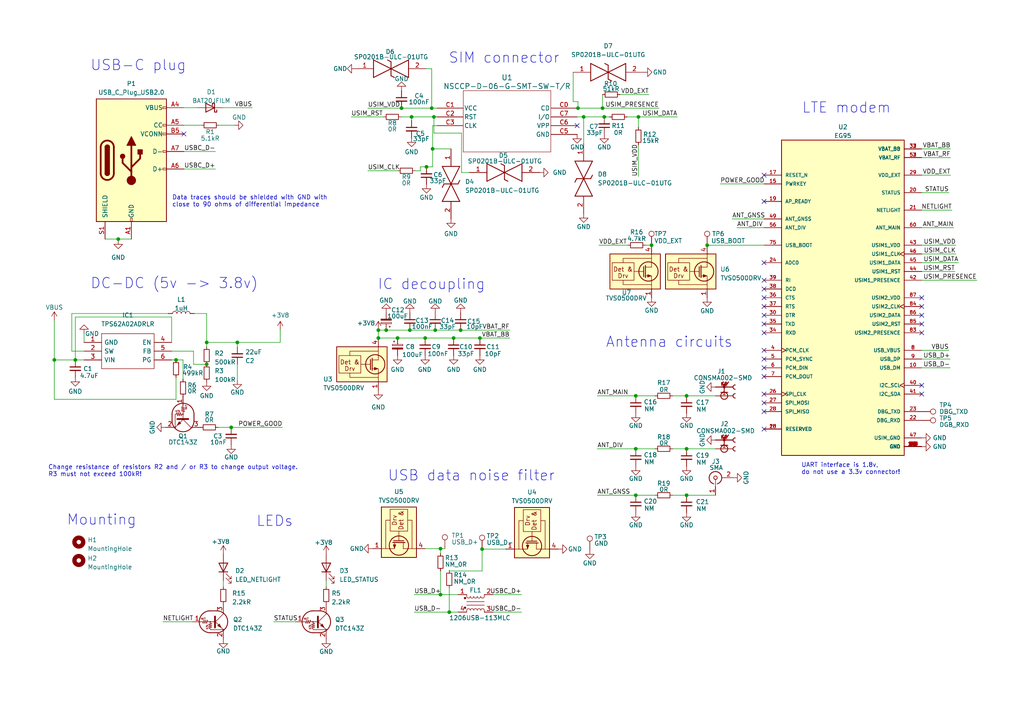
<source format=kicad_sch>
(kicad_sch (version 20230121) (generator eeschema)

  (uuid e7f5bf03-fb2c-47bf-a5e6-8bf502aef220)

  (paper "A4")

  (title_block
    (title "Project Roamer")
    (company "Liberated Embedded Systems")
  )

  

  (junction (at 184.404 143.637) (diameter 0) (color 0 0 0 0)
    (uuid 042a0471-e21e-4cf9-a449-bbbe0b4e31dc)
  )
  (junction (at 115.316 98.044) (diameter 0) (color 0 0 0 0)
    (uuid 07a1419a-9ce9-47ac-9f25-5a877a03b148)
  )
  (junction (at 112.014 95.758) (diameter 0) (color 0 0 0 0)
    (uuid 0b842d3b-3af0-4445-85a2-8938feb3239b)
  )
  (junction (at 139.827 159.258) (diameter 0) (color 0 0 0 0)
    (uuid 108c85e9-c6c0-486e-acce-02cd06277409)
  )
  (junction (at 109.728 98.044) (diameter 0) (color 0 0 0 0)
    (uuid 249cd2e5-40dc-4d86-83f1-1d36bcff2155)
  )
  (junction (at 169.291 33.909) (diameter 0) (color 0 0 0 0)
    (uuid 2799f28c-62dd-4fec-b8f9-b9ade1ddb1a7)
  )
  (junction (at 184.404 114.808) (diameter 0) (color 0 0 0 0)
    (uuid 2d292abd-a196-4a57-8168-e345b85a43e2)
  )
  (junction (at 59.944 99.314) (diameter 0) (color 0 0 0 0)
    (uuid 36e8db00-b6e8-465b-982d-28a5692fc84a)
  )
  (junction (at 184.404 130.175) (diameter 0) (color 0 0 0 0)
    (uuid 4841ed9d-4f03-47af-a04b-128d42d47199)
  )
  (junction (at 139.192 98.044) (diameter 0) (color 0 0 0 0)
    (uuid 4a77998e-9110-499d-b99b-0ca8beb92ba4)
  )
  (junction (at 21.844 104.394) (diameter 0) (color 0 0 0 0)
    (uuid 4c802de5-a62c-45b9-8919-56239038f1d4)
  )
  (junction (at 199.136 143.637) (diameter 0) (color 0 0 0 0)
    (uuid 4c82af79-d55f-4314-9a7f-35f7aa12a6a9)
  )
  (junction (at 59.944 105.664) (diameter 0) (color 0 0 0 0)
    (uuid 5996a4f0-9688-4e1a-90b3-babd210fa8d6)
  )
  (junction (at 174.752 31.369) (diameter 0) (color 0 0 0 0)
    (uuid 5a6420b8-2b0b-470d-b157-ce17b636eaee)
  )
  (junction (at 188.976 71.12) (diameter 0) (color 0 0 0 0)
    (uuid 60d57bd6-b749-4f42-adeb-f36d16ffdfee)
  )
  (junction (at 15.748 104.394) (diameter 0) (color 0 0 0 0)
    (uuid 662d7f32-fb97-41aa-ac93-f48fc05dc7a7)
  )
  (junction (at 205.105 71.12) (diameter 0) (color 0 0 0 0)
    (uuid 66b7964f-c33c-43e3-960c-f53593949cb9)
  )
  (junction (at 131.572 98.044) (diameter 0) (color 0 0 0 0)
    (uuid 6d2b738e-dbf5-438d-823f-18e2789a4004)
  )
  (junction (at 185.166 33.909) (diameter 0) (color 0 0 0 0)
    (uuid 73794637-c3fd-4e06-a39a-f6c4efd94b3f)
  )
  (junction (at 199.136 130.175) (diameter 0) (color 0 0 0 0)
    (uuid 8041df1e-37a6-4527-8ec0-8400a61212d2)
  )
  (junction (at 123.698 48.387) (diameter 0) (color 0 0 0 0)
    (uuid 864ceb9b-e94f-41ba-b473-5a5d74aff6eb)
  )
  (junction (at 109.728 95.758) (diameter 0) (color 0 0 0 0)
    (uuid 93302bdb-0704-4e0b-a8dd-9dfb1a3b9997)
  )
  (junction (at 133.604 95.758) (diameter 0) (color 0 0 0 0)
    (uuid 97963e5a-c012-437b-b9b0-c938b05f9e9b)
  )
  (junction (at 125.476 43.18) (diameter 0) (color 0 0 0 0)
    (uuid 9acf26e0-a548-4af5-94e2-666e469acbfb)
  )
  (junction (at 167.64 31.369) (diameter 0) (color 0 0 0 0)
    (uuid 9ad2ddf5-432d-436f-a84e-8e8c369898b8)
  )
  (junction (at 130.302 177.546) (diameter 0) (color 0 0 0 0)
    (uuid 9fe07d3f-b8b9-4ea8-aa09-965827fcece6)
  )
  (junction (at 118.872 95.758) (diameter 0) (color 0 0 0 0)
    (uuid b31b2ab4-1e33-4ff8-886e-c52b892174a0)
  )
  (junction (at 67.056 123.952) (diameter 0) (color 0 0 0 0)
    (uuid bee434f5-12c1-456b-a694-5d6aa6d93d20)
  )
  (junction (at 119.38 33.909) (diameter 0) (color 0 0 0 0)
    (uuid c2b3d108-8989-4b48-a897-0c96e9da9706)
  )
  (junction (at 127.762 159.131) (diameter 0) (color 0 0 0 0)
    (uuid c440c282-25f7-4f68-9ee7-d7f6e1fb242c)
  )
  (junction (at 125.222 31.369) (diameter 0) (color 0 0 0 0)
    (uuid cfa39ba7-e430-403c-8e7e-2a38a6b6cd4f)
  )
  (junction (at 68.834 99.314) (diameter 0) (color 0 0 0 0)
    (uuid d030991e-27c8-47b5-bc06-e0a527017f6c)
  )
  (junction (at 123.317 98.044) (diameter 0) (color 0 0 0 0)
    (uuid d0b29793-5a1d-4bf2-84a7-4c2b8f0a55fb)
  )
  (junction (at 125.857 33.909) (diameter 0) (color 0 0 0 0)
    (uuid d1762674-7b54-47ac-991b-e32d85ec0adc)
  )
  (junction (at 199.136 114.808) (diameter 0) (color 0 0 0 0)
    (uuid d1a2ea86-da3c-4b7e-b186-ecf50d0a39d6)
  )
  (junction (at 34.29 69.342) (diameter 0) (color 0 0 0 0)
    (uuid d7264a7e-d04f-4351-8b59-cabd586f5d0d)
  )
  (junction (at 126.238 95.758) (diameter 0) (color 0 0 0 0)
    (uuid d9741ebb-98cb-4867-9416-bb2325535329)
  )
  (junction (at 175.26 33.909) (diameter 0) (color 0 0 0 0)
    (uuid daa6e0f4-053f-4143-9153-188f93c9a287)
  )
  (junction (at 116.459 31.369) (diameter 0) (color 0 0 0 0)
    (uuid e30a2179-b596-4ce8-aea6-67b5b4a0837f)
  )
  (junction (at 127.762 172.466) (diameter 0) (color 0 0 0 0)
    (uuid e62ca165-381d-4aa2-a97b-d7b6bc254ee7)
  )
  (junction (at 51.054 104.394) (diameter 0) (color 0 0 0 0)
    (uuid f0e313f2-9291-4ca9-820b-64982e8a14cc)
  )

  (no_connect (at 221.615 119.38) (uuid 05a7c912-a068-4fca-9eab-8c05541865e2))
  (no_connect (at 221.615 91.44) (uuid 098ef58d-9c83-4e94-b159-9f6c0c821d15))
  (no_connect (at 267.335 86.36) (uuid 29aa2da9-500d-467f-a954-b165ea662d36))
  (no_connect (at 267.335 114.3) (uuid 2fcb3cff-4db3-4d18-8ea8-334a3680b13d))
  (no_connect (at 221.615 88.9) (uuid 42df1992-7708-4c2e-a2b1-bfadafe60529))
  (no_connect (at 221.615 109.22) (uuid 4354e603-7f9d-4559-ab0d-405cf48cfae6))
  (no_connect (at 221.615 114.3) (uuid 4628dff3-05d9-4f8d-adc6-ccd39a555494))
  (no_connect (at 221.615 81.28) (uuid 49e24e25-ef0a-4535-8ddb-6091aecde71a))
  (no_connect (at 267.335 111.76) (uuid 55e0c271-5fbe-48bc-8951-877cc20fd028))
  (no_connect (at 221.615 86.36) (uuid 57884747-f80f-45b4-b376-3ed85b951751))
  (no_connect (at 267.335 91.44) (uuid 5d141732-3dc4-4823-9c61-56341c6489b5))
  (no_connect (at 221.615 76.2) (uuid 60677259-31a6-425c-a2e9-c6e042564e89))
  (no_connect (at 221.615 96.52) (uuid 7786db76-f36e-493d-bf14-08fb87b4cfb7))
  (no_connect (at 221.615 106.68) (uuid 789ebabe-93fb-484e-b50a-b5e32b445969))
  (no_connect (at 267.335 93.98) (uuid 7b8e352a-c575-43ca-9083-5e9fdf049e7a))
  (no_connect (at 221.615 101.6) (uuid 86d27db5-efbd-4595-ae69-49202e8d4e2d))
  (no_connect (at 221.615 124.46) (uuid 8c4a3ea0-7568-4027-be97-fab2477998c8))
  (no_connect (at 221.615 104.14) (uuid 927688cb-4715-4226-8c85-a641f2de0f5f))
  (no_connect (at 267.335 88.9) (uuid a1f8cb88-3472-413a-8194-453d68bc142e))
  (no_connect (at 221.615 116.84) (uuid a3afcaf1-0d85-4bcb-b48c-beef9990449b))
  (no_connect (at 267.335 96.52) (uuid b0681478-bd21-4d84-844e-c81740b62703))
  (no_connect (at 221.615 50.8) (uuid c583c47f-49b7-4e4e-8008-493f5f8f0bbd))
  (no_connect (at 53.34 38.862) (uuid ca527f55-7bcf-4137-986c-55b6fde926ea))
  (no_connect (at 221.615 58.42) (uuid ceef2b62-30a9-4d16-ba8c-ea2ac879facf))
  (no_connect (at 221.615 83.82) (uuid e4045863-b097-4b22-b139-d020dbbc7d14))
  (no_connect (at 167.386 36.449) (uuid ec4b1266-4fda-48e3-9e3a-8126a57e3bb8))
  (no_connect (at 221.615 93.98) (uuid fef6a212-7061-4d20-842f-cc8186980657))

  (wire (pts (xy 125.476 43.18) (xy 125.476 48.387))
    (stroke (width 0) (type default))
    (uuid 016f9433-d5db-4039-b5ea-a91473d92ffe)
  )
  (wire (pts (xy 133.858 50.038) (xy 133.858 38.608))
    (stroke (width 0) (type default))
    (uuid 07b3f81e-d49c-4fe2-9428-4753336adf72)
  )
  (wire (pts (xy 101.854 33.909) (xy 111.252 33.909))
    (stroke (width 0) (type default))
    (uuid 083ba46c-0800-4d6e-a55a-8dae79770711)
  )
  (wire (pts (xy 123.317 159.131) (xy 127.762 159.131))
    (stroke (width 0) (type default))
    (uuid 0944d581-d69f-49a3-952b-b6550cae692b)
  )
  (wire (pts (xy 51.054 115.824) (xy 51.054 109.474))
    (stroke (width 0) (type default))
    (uuid 0973be5f-16c4-428c-80bb-8a3f2719cde1)
  )
  (wire (pts (xy 267.335 60.96) (xy 276.098 60.96))
    (stroke (width 0) (type default))
    (uuid 0a348e73-c020-462c-9ac1-aabea15c7af0)
  )
  (wire (pts (xy 120.142 172.466) (xy 127.762 172.466))
    (stroke (width 0) (type default))
    (uuid 0c39fce4-7ac0-4c9b-b343-4ba89b333cc5)
  )
  (wire (pts (xy 125.222 19.939) (xy 125.222 31.369))
    (stroke (width 0) (type default))
    (uuid 109c6953-c8fa-4beb-89ab-e8fc3b49d7d3)
  )
  (wire (pts (xy 267.335 73.66) (xy 277.241 73.66))
    (stroke (width 0) (type default))
    (uuid 10de3af6-802d-407b-9ace-a22f29da2b90)
  )
  (wire (pts (xy 68.834 99.314) (xy 81.28 99.314))
    (stroke (width 0) (type default))
    (uuid 11e96df8-6433-4721-997d-51e78b40e084)
  )
  (wire (pts (xy 106.68 49.53) (xy 115.316 49.53))
    (stroke (width 0) (type default))
    (uuid 14cb3f38-b25b-4d49-9a82-20df3506f421)
  )
  (wire (pts (xy 267.335 71.12) (xy 277.241 71.12))
    (stroke (width 0) (type default))
    (uuid 162d0b0c-49ac-4d83-936b-9aca5609cfdb)
  )
  (wire (pts (xy 125.857 33.909) (xy 126.746 33.909))
    (stroke (width 0) (type default))
    (uuid 1868796e-83e3-4634-a68f-0800fa6504e6)
  )
  (wire (pts (xy 166.243 20.955) (xy 166.243 29.464))
    (stroke (width 0) (type default))
    (uuid 192b06de-c168-4dc9-b850-d6be60edf6a0)
  )
  (wire (pts (xy 118.872 95.758) (xy 126.238 95.758))
    (stroke (width 0) (type default))
    (uuid 19ee1a99-d2ea-401c-84c4-cb06e3ae7eba)
  )
  (wire (pts (xy 167.64 29.464) (xy 167.64 31.369))
    (stroke (width 0) (type default))
    (uuid 1b06a3cf-116b-49e9-a4c1-2968e55c6598)
  )
  (wire (pts (xy 143.002 177.546) (xy 151.257 177.546))
    (stroke (width 0) (type default))
    (uuid 1c592a51-5af1-46f2-abdd-0978cea01987)
  )
  (wire (pts (xy 116.459 31.369) (xy 125.222 31.369))
    (stroke (width 0) (type default))
    (uuid 1fc85ee7-aece-46c0-a6b2-fec00e70aaf4)
  )
  (wire (pts (xy 199.136 114.808) (xy 207.518 114.808))
    (stroke (width 0) (type default))
    (uuid 20a09c66-954d-4dd9-bd94-eeef7aa4cbc9)
  )
  (wire (pts (xy 125.476 48.387) (xy 123.698 48.387))
    (stroke (width 0) (type default))
    (uuid 2223f823-ae7b-4e64-9638-dd44f3ba7622)
  )
  (wire (pts (xy 109.728 95.758) (xy 109.728 98.044))
    (stroke (width 0) (type default))
    (uuid 22482def-4517-4495-83f1-d60986f2b75f)
  )
  (wire (pts (xy 267.335 106.68) (xy 275.59 106.68))
    (stroke (width 0) (type default))
    (uuid 243e78eb-4256-43f6-a9f6-1996d251b01c)
  )
  (wire (pts (xy 24.384 101.854) (xy 20.828 101.854))
    (stroke (width 0) (type default))
    (uuid 25407507-ec15-4371-9996-a427893dcc24)
  )
  (wire (pts (xy 94.615 168.402) (xy 94.615 170.18))
    (stroke (width 0) (type default))
    (uuid 2a013bdb-46f0-4026-b4a1-c7d4eece15e3)
  )
  (wire (pts (xy 185.166 33.909) (xy 196.469 33.909))
    (stroke (width 0) (type default))
    (uuid 2a607466-5717-4fb6-a830-126715f5e057)
  )
  (wire (pts (xy 51.054 104.394) (xy 53.086 104.394))
    (stroke (width 0) (type default))
    (uuid 2c2e8857-e68d-4f83-a96e-e8a66d9e0b5e)
  )
  (wire (pts (xy 179.832 27.432) (xy 188.214 27.432))
    (stroke (width 0) (type default))
    (uuid 353a6e00-5517-4f48-bd92-0d7fe73c5552)
  )
  (wire (pts (xy 79.375 180.34) (xy 85.725 180.34))
    (stroke (width 0) (type default))
    (uuid 3a6b28c1-e471-48e7-9a80-d4b2d11b4b99)
  )
  (wire (pts (xy 167.64 31.369) (xy 174.752 31.369))
    (stroke (width 0) (type default))
    (uuid 3aa9e1ac-5e3a-4d0a-b097-d4556542524e)
  )
  (wire (pts (xy 267.335 45.72) (xy 275.717 45.72))
    (stroke (width 0) (type default))
    (uuid 3e34253e-ed9f-4fe8-8990-8023a4d7cc72)
  )
  (wire (pts (xy 139.192 98.044) (xy 131.572 98.044))
    (stroke (width 0) (type default))
    (uuid 3f59b73a-0baf-4264-9660-c05b4d8e826b)
  )
  (wire (pts (xy 59.944 90.932) (xy 59.944 99.314))
    (stroke (width 0) (type default))
    (uuid 431ae31f-38f4-44ba-9ee0-0d826b9ce84a)
  )
  (wire (pts (xy 116.332 33.909) (xy 119.38 33.909))
    (stroke (width 0) (type default))
    (uuid 443083fb-9da6-4106-85d7-406828d7e959)
  )
  (wire (pts (xy 63.5 36.322) (xy 67.945 36.322))
    (stroke (width 0) (type default))
    (uuid 46b7ef96-a908-44cf-8882-4e19177eaf3c)
  )
  (wire (pts (xy 212.344 63.5) (xy 221.615 63.5))
    (stroke (width 0) (type default))
    (uuid 488ffbfd-21d2-45be-9907-17ab725bda98)
  )
  (wire (pts (xy 208.915 53.34) (xy 221.615 53.34))
    (stroke (width 0) (type default))
    (uuid 49e50ead-6672-4512-a6d0-8fa6c66d33e0)
  )
  (wire (pts (xy 126.238 95.758) (xy 133.604 95.758))
    (stroke (width 0) (type default))
    (uuid 4a6cad79-8d2b-40c0-b318-6b74fb99cdf0)
  )
  (wire (pts (xy 139.827 159.258) (xy 146.685 159.258))
    (stroke (width 0) (type default))
    (uuid 4b33db9c-e5dc-4bf7-aa53-cc9580572d4a)
  )
  (wire (pts (xy 53.086 104.394) (xy 53.086 109.982))
    (stroke (width 0) (type default))
    (uuid 5111b0eb-3dfb-4f4f-bdd7-8f4b2ab7f8f3)
  )
  (wire (pts (xy 130.429 165.608) (xy 130.302 165.481))
    (stroke (width 0) (type default))
    (uuid 517ee6da-a164-4ceb-ad99-ace8a44a2c2e)
  )
  (wire (pts (xy 174.752 31.369) (xy 191.135 31.369))
    (stroke (width 0) (type default))
    (uuid 542c9af1-4845-4dad-a8f3-bc35a862bbd6)
  )
  (wire (pts (xy 120.396 49.53) (xy 121.92 49.53))
    (stroke (width 0) (type default))
    (uuid 5ce1f302-565c-47f7-82a4-cc520c135052)
  )
  (wire (pts (xy 267.335 104.14) (xy 275.59 104.14))
    (stroke (width 0) (type default))
    (uuid 5f56a5f8-c8ef-436a-a3f0-d1d3e32e4f4c)
  )
  (wire (pts (xy 267.335 55.88) (xy 275.209 55.88))
    (stroke (width 0) (type default))
    (uuid 61e256b2-85cc-40e0-8b74-8f54c233587e)
  )
  (wire (pts (xy 119.38 33.909) (xy 125.857 33.909))
    (stroke (width 0) (type default))
    (uuid 640b34f1-e78f-43ab-a8fb-ab37a6365b51)
  )
  (wire (pts (xy 127.762 159.131) (xy 127.762 160.528))
    (stroke (width 0) (type default))
    (uuid 69586c84-85a3-46c7-b29d-38c383017786)
  )
  (wire (pts (xy 173.736 71.12) (xy 182.118 71.12))
    (stroke (width 0) (type default))
    (uuid 6a39f7ff-db20-44af-aeb9-e043a484f58f)
  )
  (wire (pts (xy 125.476 36.449) (xy 125.476 43.18))
    (stroke (width 0) (type default))
    (uuid 6a450cc8-b009-4eb3-b494-8677cf88a327)
  )
  (wire (pts (xy 67.056 123.952) (xy 81.915 123.952))
    (stroke (width 0) (type default))
    (uuid 70d714fa-7732-40e3-b2bc-9d501918fb34)
  )
  (wire (pts (xy 267.335 76.2) (xy 278.003 76.2))
    (stroke (width 0) (type default))
    (uuid 7434c959-9658-4640-a403-c457ba7c5565)
  )
  (wire (pts (xy 184.404 114.808) (xy 189.992 114.808))
    (stroke (width 0) (type default))
    (uuid 7453db2a-5a22-4140-8907-6b6eedfe0eca)
  )
  (wire (pts (xy 267.335 81.28) (xy 283.337 81.28))
    (stroke (width 0) (type default))
    (uuid 7469e3ef-de30-4a7c-8e2f-ae590b37a9eb)
  )
  (wire (pts (xy 184.404 143.637) (xy 189.992 143.637))
    (stroke (width 0) (type default))
    (uuid 7ac0a14f-02e1-47f3-86bd-75e714f2ea5b)
  )
  (wire (pts (xy 15.748 115.824) (xy 51.054 115.824))
    (stroke (width 0) (type default))
    (uuid 7b12b8f1-d5fe-4bbc-957e-d788af2f6372)
  )
  (wire (pts (xy 187.198 71.12) (xy 188.976 71.12))
    (stroke (width 0) (type default))
    (uuid 7bf717b2-c3b6-47b7-9e88-abb5a8177a31)
  )
  (wire (pts (xy 59.944 99.314) (xy 59.944 100.584))
    (stroke (width 0) (type default))
    (uuid 7ddb8de7-33df-45ae-b77b-70ed734db02c)
  )
  (wire (pts (xy 49.784 99.314) (xy 49.784 91.948))
    (stroke (width 0) (type default))
    (uuid 81ee1c7f-233e-4145-93d8-3f21808a95ff)
  )
  (wire (pts (xy 173.228 130.175) (xy 184.404 130.175))
    (stroke (width 0) (type default))
    (uuid 8269d304-bcfc-45e5-8254-d29b03033700)
  )
  (wire (pts (xy 185.166 33.909) (xy 185.166 36.957))
    (stroke (width 0) (type default))
    (uuid 869af4db-25ce-40f7-bf30-08de7030b9fe)
  )
  (wire (pts (xy 169.291 33.909) (xy 175.26 33.909))
    (stroke (width 0) (type default))
    (uuid 8a67079c-75bd-475e-a44a-503761be5086)
  )
  (wire (pts (xy 49.784 91.948) (xy 21.844 91.948))
    (stroke (width 0) (type default))
    (uuid 8abe6bd7-9394-4908-a584-f259df544660)
  )
  (wire (pts (xy 130.429 165.608) (xy 139.827 165.608))
    (stroke (width 0) (type default))
    (uuid 8af824bd-fa75-4123-a1c9-9823718d7b8c)
  )
  (wire (pts (xy 195.072 114.808) (xy 199.136 114.808))
    (stroke (width 0) (type default))
    (uuid 8bc21f00-b4cf-4f13-9b03-eaba4a11badd)
  )
  (wire (pts (xy 125.476 43.18) (xy 130.81 43.18))
    (stroke (width 0) (type default))
    (uuid 8c4ee04a-5192-4bd2-981c-97cdb21ad311)
  )
  (wire (pts (xy 195.072 130.175) (xy 199.136 130.175))
    (stroke (width 0) (type default))
    (uuid 8c87ac72-8740-4284-91c0-7657a93d89b6)
  )
  (wire (pts (xy 55.88 180.34) (xy 47.244 180.34))
    (stroke (width 0) (type default))
    (uuid 8d95d9c9-36f6-48d9-b910-9248607a7ecb)
  )
  (wire (pts (xy 121.92 48.387) (xy 123.698 48.387))
    (stroke (width 0) (type default))
    (uuid 8f1b4e4f-4dba-4570-9dc5-d3bb139b4be5)
  )
  (wire (pts (xy 133.604 95.758) (xy 147.828 95.758))
    (stroke (width 0) (type default))
    (uuid 903839d1-5324-4e01-839b-2c39e7cc4f3d)
  )
  (wire (pts (xy 123.571 19.939) (xy 125.222 19.939))
    (stroke (width 0) (type default))
    (uuid 9089a1a2-14eb-4aae-8060-5202e104ebbd)
  )
  (wire (pts (xy 167.386 31.369) (xy 167.64 31.369))
    (stroke (width 0) (type default))
    (uuid 936179b4-582f-4024-b742-715dc3713797)
  )
  (wire (pts (xy 81.28 99.314) (xy 81.28 95.758))
    (stroke (width 0) (type default))
    (uuid 94149bb3-0230-4cc9-8a06-7f18e1ea6f1f)
  )
  (wire (pts (xy 15.748 92.964) (xy 15.748 104.394))
    (stroke (width 0) (type default))
    (uuid 94f0d30d-a571-4c0b-ac5b-bf15c65e9ef3)
  )
  (wire (pts (xy 30.48 69.342) (xy 34.29 69.342))
    (stroke (width 0) (type default))
    (uuid 95bd61a9-339a-4be0-8506-6d8d40bf65df)
  )
  (wire (pts (xy 199.136 143.637) (xy 207.518 143.637))
    (stroke (width 0) (type default))
    (uuid 96c95263-bd70-4ad3-b037-c094a8e797c0)
  )
  (wire (pts (xy 131.572 98.044) (xy 123.317 98.044))
    (stroke (width 0) (type default))
    (uuid 9906097b-0b66-4650-97df-a7952c2b2d2e)
  )
  (wire (pts (xy 169.291 41.656) (xy 169.291 33.909))
    (stroke (width 0) (type default))
    (uuid 9a665be5-951b-4f27-93cc-f3bb68994e28)
  )
  (wire (pts (xy 112.014 95.758) (xy 118.872 95.758))
    (stroke (width 0) (type default))
    (uuid 9df57fc1-d46a-4bbd-afbc-39e7660a28e2)
  )
  (wire (pts (xy 59.944 99.314) (xy 68.834 99.314))
    (stroke (width 0) (type default))
    (uuid a194d0d5-eb6c-41af-98cc-0e2e067ed087)
  )
  (wire (pts (xy 167.386 33.909) (xy 169.291 33.909))
    (stroke (width 0) (type default))
    (uuid a345a4f1-ce0d-46aa-90d5-ec414591949e)
  )
  (wire (pts (xy 53.34 43.942) (xy 62.484 43.942))
    (stroke (width 0) (type default))
    (uuid a6318b8d-ec38-48b8-bfb6-951335499080)
  )
  (wire (pts (xy 64.77 168.402) (xy 64.77 170.18))
    (stroke (width 0) (type default))
    (uuid aa2b0504-5aa9-4cad-927f-6b4895cd62fd)
  )
  (wire (pts (xy 184.404 130.175) (xy 189.992 130.175))
    (stroke (width 0) (type default))
    (uuid abfcc4a9-db87-45ad-a66b-d96507da79ed)
  )
  (wire (pts (xy 185.166 42.037) (xy 185.166 51.181))
    (stroke (width 0) (type default))
    (uuid af10e562-0025-46f3-842a-e6b6ef311b24)
  )
  (wire (pts (xy 125.857 38.608) (xy 125.857 33.909))
    (stroke (width 0) (type default))
    (uuid b10776c1-52c3-4474-9706-ff7f1e7f5a2a)
  )
  (wire (pts (xy 267.335 50.8) (xy 275.717 50.8))
    (stroke (width 0) (type default))
    (uuid b1bdc5eb-6651-4815-9f0f-c4d8de4847e4)
  )
  (wire (pts (xy 109.728 98.044) (xy 115.316 98.044))
    (stroke (width 0) (type default))
    (uuid b3300f2a-e355-483f-bb98-90208c8708c9)
  )
  (wire (pts (xy 68.834 99.314) (xy 68.834 100.584))
    (stroke (width 0) (type default))
    (uuid b59fc002-ff13-4eee-8a50-d839fe20c77b)
  )
  (wire (pts (xy 115.316 98.044) (xy 123.317 98.044))
    (stroke (width 0) (type default))
    (uuid b7b102c0-1b28-4056-93ed-231d765d6811)
  )
  (wire (pts (xy 173.228 114.808) (xy 184.404 114.808))
    (stroke (width 0) (type default))
    (uuid b829540a-d0b4-49ca-adbf-0f57eb079808)
  )
  (wire (pts (xy 174.752 27.432) (xy 174.752 31.369))
    (stroke (width 0) (type default))
    (uuid ba8ad741-ec74-4c8d-a0c9-98059acee5c3)
  )
  (wire (pts (xy 143.002 172.466) (xy 151.257 172.466))
    (stroke (width 0) (type default))
    (uuid baeee0a3-3b3e-4ce1-900c-14dff80fbada)
  )
  (wire (pts (xy 120.142 177.546) (xy 130.302 177.546))
    (stroke (width 0) (type default))
    (uuid bcb70764-9a79-4f7b-aa37-80ac97e980b5)
  )
  (wire (pts (xy 139.827 165.608) (xy 139.827 159.258))
    (stroke (width 0) (type default))
    (uuid bd7f77e6-8804-49a6-b7c9-5dec3b47d8fe)
  )
  (wire (pts (xy 34.29 69.342) (xy 34.29 69.596))
    (stroke (width 0) (type default))
    (uuid c1a67dc8-214e-462b-8621-7c935f79ad57)
  )
  (wire (pts (xy 267.335 101.6) (xy 275.209 101.6))
    (stroke (width 0) (type default))
    (uuid c6dfef69-c3ee-4c2e-b4c3-d206b67db366)
  )
  (wire (pts (xy 136.144 50.038) (xy 133.858 50.038))
    (stroke (width 0) (type default))
    (uuid c97a8676-4864-412a-b7b5-1abedb495003)
  )
  (wire (pts (xy 127.762 159.131) (xy 129.032 159.131))
    (stroke (width 0) (type default))
    (uuid c9a56d29-537e-4c03-915d-bdade0dcdda9)
  )
  (wire (pts (xy 15.748 115.824) (xy 15.748 104.394))
    (stroke (width 0) (type default))
    (uuid cc0711b2-5351-4792-a69e-1d113d404b82)
  )
  (wire (pts (xy 64.77 31.242) (xy 73.152 31.242))
    (stroke (width 0) (type default))
    (uuid cc710d27-2717-4e95-b25b-85dd19deed59)
  )
  (wire (pts (xy 109.728 95.758) (xy 112.014 95.758))
    (stroke (width 0) (type default))
    (uuid cf1726fb-7e50-4838-8ce3-8a2069d77f9a)
  )
  (wire (pts (xy 139.192 98.044) (xy 147.828 98.044))
    (stroke (width 0) (type default))
    (uuid d020a520-a626-42f1-b92d-ed0acced7c64)
  )
  (wire (pts (xy 213.741 66.04) (xy 221.615 66.04))
    (stroke (width 0) (type default))
    (uuid d04ed176-2caf-490e-a330-8091df4c2d36)
  )
  (wire (pts (xy 49.784 104.394) (xy 51.054 104.394))
    (stroke (width 0) (type default))
    (uuid d1159933-963d-4653-b331-3bca57df1d8f)
  )
  (wire (pts (xy 56.134 101.854) (xy 56.134 105.664))
    (stroke (width 0) (type default))
    (uuid d11e1087-9947-49fc-86cb-1e3c88e786be)
  )
  (wire (pts (xy 195.072 143.637) (xy 199.136 143.637))
    (stroke (width 0) (type default))
    (uuid d4dd32c3-edae-423c-a419-934d2b00cbef)
  )
  (wire (pts (xy 24.384 96.774) (xy 24.384 99.314))
    (stroke (width 0) (type default))
    (uuid d6fb14cd-da59-434a-a47f-6f9fe6c9ace9)
  )
  (wire (pts (xy 20.828 90.932) (xy 48.768 90.932))
    (stroke (width 0) (type default))
    (uuid d8ee074e-957f-4f2d-b164-756491ef692e)
  )
  (wire (pts (xy 130.302 177.546) (xy 132.842 177.546))
    (stroke (width 0) (type default))
    (uuid dafb6178-625b-40b9-8e35-323b2c6deaa7)
  )
  (wire (pts (xy 57.15 31.242) (xy 53.34 31.242))
    (stroke (width 0) (type default))
    (uuid dd890e69-1511-47b3-b73a-067cbc02dc6e)
  )
  (wire (pts (xy 15.748 104.394) (xy 21.844 104.394))
    (stroke (width 0) (type default))
    (uuid dd90930c-f552-46ac-b1f7-48d1ddb596d4)
  )
  (wire (pts (xy 130.302 170.561) (xy 130.302 177.546))
    (stroke (width 0) (type default))
    (uuid ddbafd75-5887-4eea-a2e7-5edc883a2ba2)
  )
  (wire (pts (xy 68.834 110.236) (xy 68.834 105.664))
    (stroke (width 0) (type default))
    (uuid de1f462f-42da-4e21-bb8a-51b75a28b7e2)
  )
  (wire (pts (xy 267.335 78.74) (xy 276.987 78.74))
    (stroke (width 0) (type default))
    (uuid de8bd120-989f-4c37-bcdc-ed048eed7b63)
  )
  (wire (pts (xy 133.858 38.608) (xy 125.857 38.608))
    (stroke (width 0) (type default))
    (uuid e24cf888-8309-4285-81c1-820b6376f978)
  )
  (wire (pts (xy 53.34 49.022) (xy 62.484 49.022))
    (stroke (width 0) (type default))
    (uuid e264048e-cb40-46b2-b945-9d40fc798766)
  )
  (wire (pts (xy 125.222 31.369) (xy 126.746 31.369))
    (stroke (width 0) (type default))
    (uuid e2bbeca8-3c7c-4e52-991a-8786de82cc45)
  )
  (wire (pts (xy 21.844 91.948) (xy 21.844 104.394))
    (stroke (width 0) (type default))
    (uuid e2f3bd7c-4bfd-4a98-b07a-02934ca43525)
  )
  (wire (pts (xy 125.476 36.449) (xy 126.746 36.449))
    (stroke (width 0) (type default))
    (uuid e33b6b2a-b5c3-4b0b-a4de-a6f4601e7cac)
  )
  (wire (pts (xy 199.136 130.175) (xy 207.518 130.175))
    (stroke (width 0) (type default))
    (uuid e61b547d-31b0-418c-9839-c878bcd08d27)
  )
  (wire (pts (xy 34.29 69.342) (xy 38.1 69.342))
    (stroke (width 0) (type default))
    (uuid e8390b11-4fd0-4df4-a135-2e8b04d347c7)
  )
  (wire (pts (xy 127.762 172.466) (xy 132.842 172.466))
    (stroke (width 0) (type default))
    (uuid ed0e5eea-43c0-4d75-92ac-f8809c54c3c1)
  )
  (wire (pts (xy 127.762 165.608) (xy 127.762 172.466))
    (stroke (width 0) (type default))
    (uuid ed69a4d1-ef95-492f-9c0e-9984a0bafde2)
  )
  (wire (pts (xy 121.92 49.53) (xy 121.92 48.387))
    (stroke (width 0) (type default))
    (uuid edd7268d-f79b-44f5-9a08-966e59a430dc)
  )
  (wire (pts (xy 53.34 36.322) (xy 58.42 36.322))
    (stroke (width 0) (type default))
    (uuid ef0cb1c2-8f79-4365-bd54-164624d7e504)
  )
  (wire (pts (xy 173.228 143.637) (xy 184.404 143.637))
    (stroke (width 0) (type default))
    (uuid f11e621e-cc31-4be0-a142-98b4e2259320)
  )
  (wire (pts (xy 49.784 101.854) (xy 56.134 101.854))
    (stroke (width 0) (type default))
    (uuid f18e4bff-b172-40f4-88e4-3f0fa4403ce7)
  )
  (wire (pts (xy 119.38 34.925) (xy 119.38 33.909))
    (stroke (width 0) (type default))
    (uuid f20f93f6-8327-4fb3-aaaa-a982e469faf1)
  )
  (wire (pts (xy 175.26 33.909) (xy 176.784 33.909))
    (stroke (width 0) (type default))
    (uuid f2a1f47f-8604-4c84-a40f-d62ff5676128)
  )
  (wire (pts (xy 267.335 43.18) (xy 275.717 43.18))
    (stroke (width 0) (type default))
    (uuid f4110a8e-de93-4e3a-b729-09eefddfba3d)
  )
  (wire (pts (xy 20.828 101.854) (xy 20.828 90.932))
    (stroke (width 0) (type default))
    (uuid f7356388-ca20-456f-a3df-69eafbcfba76)
  )
  (wire (pts (xy 205.105 71.12) (xy 221.615 71.12))
    (stroke (width 0) (type default))
    (uuid f7f0ef1f-9efc-4016-80af-90844a041c4c)
  )
  (wire (pts (xy 63.246 123.952) (xy 67.056 123.952))
    (stroke (width 0) (type default))
    (uuid f894d116-77b4-4179-a80f-bff88b98bceb)
  )
  (wire (pts (xy 56.388 90.932) (xy 59.944 90.932))
    (stroke (width 0) (type default))
    (uuid fa5a06ba-69c9-4b7c-b204-56951d9ec9b0)
  )
  (wire (pts (xy 56.134 105.664) (xy 59.944 105.664))
    (stroke (width 0) (type default))
    (uuid fbb43638-f890-42a3-b07f-9b3cf691441e)
  )
  (wire (pts (xy 267.335 66.04) (xy 276.606 66.04))
    (stroke (width 0) (type default))
    (uuid fc31d884-aeca-4d8b-89f8-b346ad6f0168)
  )
  (wire (pts (xy 166.243 29.464) (xy 167.64 29.464))
    (stroke (width 0) (type default))
    (uuid fc42f356-89c8-49c0-bc35-f9230b1efbee)
  )
  (wire (pts (xy 106.68 31.369) (xy 116.459 31.369))
    (stroke (width 0) (type default))
    (uuid fc863460-fe99-4abe-910f-ca8d0244f3df)
  )
  (wire (pts (xy 21.844 104.394) (xy 24.384 104.394))
    (stroke (width 0) (type default))
    (uuid fc8ef826-074d-49e9-a04e-0c35157a0f7b)
  )
  (wire (pts (xy 181.864 33.909) (xy 185.166 33.909))
    (stroke (width 0) (type default))
    (uuid fcd0f360-7287-4a8a-8067-c35111f2073d)
  )

  (text "LTE modem" (at 232.537 33.147 0)
    (effects (font (size 3 3)) (justify left bottom))
    (uuid 10856622-133d-4f7d-ac35-6cb885ce6185)
  )
  (text "SIM connector\n" (at 130.048 18.669 0)
    (effects (font (size 3 3)) (justify left bottom))
    (uuid 1f615cda-97b1-45ca-ac6b-01760d1a071c)
  )
  (text "LEDs" (at 74.295 153.035 0)
    (effects (font (size 3 3)) (justify left bottom))
    (uuid 5d1a16d1-daca-4fb8-9202-13f8ac655b04)
  )
  (text "USB-C plug" (at 26.162 20.828 0)
    (effects (font (size 3 3)) (justify left bottom))
    (uuid 997112e9-0d1c-4112-a4bc-f4e3764a24d5)
  )
  (text "IC decoupling\n" (at 109.474 84.328 0)
    (effects (font (size 3 3)) (justify left bottom))
    (uuid a6e487ce-2225-4f7e-ba17-13d3782fca51)
  )
  (text "UART interface is 1.8v, \ndo not use a 3.3v connector!"
    (at 232.41 137.795 0)
    (effects (font (size 1.27 1.27)) (justify left bottom))
    (uuid c3533279-9293-4dc5-8042-6c1508b2a49d)
  )
  (text "Mounting\n" (at 19.304 152.654 0)
    (effects (font (size 3 3)) (justify left bottom))
    (uuid ca3cbb62-a0f7-4285-a4b7-af23b86dbe37)
  )
  (text "DC-DC (5v -> 3.8v)\n" (at 26.162 84.074 0)
    (effects (font (size 3 3)) (justify left bottom))
    (uuid d3b1a4ad-ac5d-4167-af11-de6f37be6fef)
  )
  (text "USB data noise filter" (at 112.395 139.827 0)
    (effects (font (size 3 3)) (justify left bottom))
    (uuid d3ed1f5b-761c-4e84-a5fb-d339d36018b8)
  )
  (text "Antenna circuits\n" (at 175.641 101.092 0)
    (effects (font (size 3 3)) (justify left bottom))
    (uuid d89f996c-ad5d-413a-96e1-7d792b283d85)
  )
  (text "Change resistance of resistors R2 and / or R3 to change output voltage.\nR3 must not exceed 100kR!\n"
    (at 13.97 138.43 0)
    (effects (font (size 1.27 1.27)) (justify left bottom))
    (uuid e64b5d2e-4c66-4328-a131-4a92aea4aeaf)
  )
  (text "Data traces should be shielded with GND with \nclose to 90 ohms of differential impedance"
    (at 49.911 60.198 0)
    (effects (font (size 1.27 1.27)) (justify left bottom))
    (uuid fa68311b-06f8-4187-b961-a9dc9acdbc66)
  )

  (label "USIM_VDD" (at 277.241 71.12 180) (fields_autoplaced)
    (effects (font (size 1.27 1.27)) (justify right bottom))
    (uuid 030fdd0e-42a9-4f5f-9d8a-a97afaca32e0)
  )
  (label "USBC_D-" (at 151.257 177.546 180) (fields_autoplaced)
    (effects (font (size 1.27 1.27)) (justify right bottom))
    (uuid 1c1f57fb-0304-4f5c-8ca3-a9352c2c96b9)
  )
  (label "ANT_GNSS" (at 212.344 63.5 0) (fields_autoplaced)
    (effects (font (size 1.27 1.27)) (justify left bottom))
    (uuid 1cab7889-027e-4a4b-92dd-e294b9188f4d)
  )
  (label "USIM_PRESENCE" (at 191.135 31.369 180) (fields_autoplaced)
    (effects (font (size 1.27 1.27)) (justify right bottom))
    (uuid 255f5bb5-a06f-455f-8359-09a5c5c99003)
  )
  (label "VBAT_RF" (at 147.828 95.758 180) (fields_autoplaced)
    (effects (font (size 1.27 1.27)) (justify right bottom))
    (uuid 29471ccc-e479-4ee0-be47-0a0b7085be20)
  )
  (label "USIM_CLK" (at 106.68 49.53 0) (fields_autoplaced)
    (effects (font (size 1.27 1.27)) (justify left bottom))
    (uuid 29daebfb-8de7-487b-83f6-acf17a235add)
  )
  (label "USB_D+" (at 275.59 104.14 180) (fields_autoplaced)
    (effects (font (size 1.27 1.27)) (justify right bottom))
    (uuid 2a3d94f1-8f38-4608-bc2a-9c7156e94a12)
  )
  (label "VBAT_BB" (at 147.828 98.044 180) (fields_autoplaced)
    (effects (font (size 1.27 1.27)) (justify right bottom))
    (uuid 341f62f5-589d-4734-8c10-bf214a9839d8)
  )
  (label "USIM_VDD" (at 185.166 51.181 90) (fields_autoplaced)
    (effects (font (size 1.27 1.27)) (justify left bottom))
    (uuid 4079dc95-5935-4f1d-9d1d-673cd8f80ca0)
  )
  (label "USB_D+" (at 120.142 172.466 0) (fields_autoplaced)
    (effects (font (size 1.27 1.27)) (justify left bottom))
    (uuid 44ff37be-8cbb-4422-b946-d0fab880891e)
  )
  (label "STATUS" (at 79.375 180.34 0) (fields_autoplaced)
    (effects (font (size 1.27 1.27)) (justify left bottom))
    (uuid 4a8a4651-c1be-49a7-90aa-5658cbb81ad4)
  )
  (label "VBAT_RF" (at 275.717 45.72 180) (fields_autoplaced)
    (effects (font (size 1.27 1.27)) (justify right bottom))
    (uuid 4d02e272-0362-4a3f-835a-71812e889c68)
  )
  (label "ANT_DIV" (at 173.228 130.175 0) (fields_autoplaced)
    (effects (font (size 1.27 1.27)) (justify left bottom))
    (uuid 59ec6daf-4f41-4eae-ad10-48af835cfb7a)
  )
  (label "ANT_DIV" (at 213.741 66.04 0) (fields_autoplaced)
    (effects (font (size 1.27 1.27)) (justify left bottom))
    (uuid 59f9c11e-faa0-4ecc-b792-b12652ba0b50)
  )
  (label "ANT_MAIN" (at 173.228 114.808 0) (fields_autoplaced)
    (effects (font (size 1.27 1.27)) (justify left bottom))
    (uuid 633c562a-e625-49be-b7c8-5a71d1731479)
  )
  (label "USB_D-" (at 275.59 106.68 180) (fields_autoplaced)
    (effects (font (size 1.27 1.27)) (justify right bottom))
    (uuid 6a42a279-6594-4617-92c7-bb273fe60f35)
  )
  (label "POWER_GOOD" (at 81.915 123.952 180) (fields_autoplaced)
    (effects (font (size 1.27 1.27)) (justify right bottom))
    (uuid 6c9d9040-f9e3-4e7c-b136-1ced9d775058)
  )
  (label "USB_D-" (at 120.142 177.546 0) (fields_autoplaced)
    (effects (font (size 1.27 1.27)) (justify left bottom))
    (uuid 6f7874e0-6a12-428e-9af4-58be41e35bb8)
  )
  (label "ANT_MAIN" (at 276.606 66.04 180) (fields_autoplaced)
    (effects (font (size 1.27 1.27)) (justify right bottom))
    (uuid 7099675a-1fd5-45df-b988-2f9a84da9897)
  )
  (label "NETLIGHT" (at 276.098 60.96 180) (fields_autoplaced)
    (effects (font (size 1.27 1.27)) (justify right bottom))
    (uuid 73fdc481-1392-4fb3-b700-3a76369af23c)
  )
  (label "USBC_D+" (at 151.257 172.466 180) (fields_autoplaced)
    (effects (font (size 1.27 1.27)) (justify right bottom))
    (uuid 7c1aeb40-f30a-420c-8f80-f5814d7b375a)
  )
  (label "USIM_PRESENCE" (at 283.337 81.28 180) (fields_autoplaced)
    (effects (font (size 1.27 1.27)) (justify right bottom))
    (uuid 84a0f01c-7c48-4b57-ac5c-93453bdb1bed)
  )
  (label "USIM_DATA" (at 278.003 76.2 180) (fields_autoplaced)
    (effects (font (size 1.27 1.27)) (justify right bottom))
    (uuid 8b7200f7-4daf-44de-bcca-41cd41cdbb8f)
  )
  (label "USBC_D+" (at 62.484 49.022 180) (fields_autoplaced)
    (effects (font (size 1.27 1.27)) (justify right bottom))
    (uuid 91db2672-e06a-417f-95c6-62ae4ee92f7d)
  )
  (label "NETLIGHT" (at 47.244 180.34 0) (fields_autoplaced)
    (effects (font (size 1.27 1.27)) (justify left bottom))
    (uuid a4b1017a-0351-4cf1-9d64-a09fc0b28a16)
  )
  (label "VBUS" (at 73.152 31.242 180) (fields_autoplaced)
    (effects (font (size 1.27 1.27)) (justify right bottom))
    (uuid b0ffd2ef-8ac8-4825-80f7-a62a2359493b)
  )
  (label "USBC_D-" (at 62.484 43.942 180) (fields_autoplaced)
    (effects (font (size 1.27 1.27)) (justify right bottom))
    (uuid b571b294-415c-4b13-ab39-12f42873915f)
  )
  (label "VDD_EXT" (at 275.717 50.8 180) (fields_autoplaced)
    (effects (font (size 1.27 1.27)) (justify right bottom))
    (uuid b939c651-baca-4dab-b241-76ea3ae8ff21)
  )
  (label "STATUS" (at 275.209 55.88 180) (fields_autoplaced)
    (effects (font (size 1.27 1.27)) (justify right bottom))
    (uuid bdcfc669-da81-4f42-9d69-b5cc4a006bad)
  )
  (label "USIM_CLK" (at 277.241 73.66 180) (fields_autoplaced)
    (effects (font (size 1.27 1.27)) (justify right bottom))
    (uuid be36023a-e621-4ab0-a53c-6918520012f6)
  )
  (label "USIM_DATA" (at 196.469 33.909 180) (fields_autoplaced)
    (effects (font (size 1.27 1.27)) (justify right bottom))
    (uuid c58f6959-ff28-48f6-936a-ae0c0ef60ab2)
  )
  (label "VBAT_BB" (at 275.717 43.18 180) (fields_autoplaced)
    (effects (font (size 1.27 1.27)) (justify right bottom))
    (uuid c82d18a3-5e0e-4e56-a101-ab1fefd0fdac)
  )
  (label "VBUS" (at 275.209 101.6 180) (fields_autoplaced)
    (effects (font (size 1.27 1.27)) (justify right bottom))
    (uuid cc4e7e37-ae6a-4bea-a02e-d92b5e4df412)
  )
  (label "USIM_VDD" (at 106.68 31.369 0) (fields_autoplaced)
    (effects (font (size 1.27 1.27)) (justify left bottom))
    (uuid cf62d78d-5f2d-496c-af64-74365a412979)
  )
  (label "VDD_EXT" (at 188.214 27.432 180) (fields_autoplaced)
    (effects (font (size 1.27 1.27)) (justify right bottom))
    (uuid dd4e481b-f5b2-4b82-9df0-a07179bbd99e)
  )
  (label "USIM_RST" (at 101.854 33.909 0) (fields_autoplaced)
    (effects (font (size 1.27 1.27)) (justify left bottom))
    (uuid e97fc6f9-74f3-4a24-a312-65ea67586244)
  )
  (label "ANT_GNSS" (at 173.228 143.637 0) (fields_autoplaced)
    (effects (font (size 1.27 1.27)) (justify left bottom))
    (uuid f22bc7e2-51c7-4426-95b2-620e2f4814d6)
  )
  (label "VDD_EXT" (at 173.736 71.12 0) (fields_autoplaced)
    (effects (font (size 1.27 1.27)) (justify left bottom))
    (uuid f357f920-21ab-4c10-b948-8ca7d7791e95)
  )
  (label "USIM_RST" (at 276.987 78.74 180) (fields_autoplaced)
    (effects (font (size 1.27 1.27)) (justify right bottom))
    (uuid fcaf79c5-8fd4-4846-b15b-c83a0af83477)
  )
  (label "POWER_GOOD" (at 208.915 53.34 0) (fields_autoplaced)
    (effects (font (size 1.27 1.27)) (justify left bottom))
    (uuid fcdbaf88-a477-4450-ad66-5b029ba2f28e)
  )

  (symbol (lib_id "power:GND") (at 123.317 103.124 0) (unit 1)
    (in_bom yes) (on_board yes) (dnp no)
    (uuid 06c2399e-462d-4b78-8cae-1501c2ae7839)
    (property "Reference" "#PWR03" (at 123.317 109.474 0)
      (effects (font (size 1.27 1.27)) hide)
    )
    (property "Value" "GND" (at 125.222 107.188 0)
      (effects (font (size 1.27 1.27)) (justify right))
    )
    (property "Footprint" "" (at 123.317 103.124 0)
      (effects (font (size 1.27 1.27)) hide)
    )
    (property "Datasheet" "" (at 123.317 103.124 0)
      (effects (font (size 1.27 1.27)) hide)
    )
    (pin "1" (uuid bc6272e1-93f9-4281-bcd5-ad90543464df))
    (instances
      (project "Roamer"
        (path "/e7f5bf03-fb2c-47bf-a5e6-8bf502aef220"
          (reference "#PWR03") (unit 1)
        )
      )
    )
  )

  (symbol (lib_id "Device:R_Small") (at 53.086 112.522 0) (unit 1)
    (in_bom yes) (on_board yes) (dnp no)
    (uuid 07398bf2-a4b0-456d-b59a-0d3d1b836125)
    (property "Reference" "R6" (at 54.356 111.76 0)
      (effects (font (size 1.27 1.27)) (justify left))
    )
    (property "Value" "0R" (at 54.356 113.411 0)
      (effects (font (size 1.27 1.27)) (justify left))
    )
    (property "Footprint" "Resistor_SMD:R_0603_1608Metric" (at 53.086 112.522 0)
      (effects (font (size 1.27 1.27)) hide)
    )
    (property "Datasheet" "~" (at 53.086 112.522 0)
      (effects (font (size 1.27 1.27)) hide)
    )
    (pin "1" (uuid 7773cb73-9fb6-4fd9-949d-789fb08cee76))
    (pin "2" (uuid ad583c30-de0e-4513-ab7d-e64d16c8e11a))
    (instances
      (project "Roamer"
        (path "/e7f5bf03-fb2c-47bf-a5e6-8bf502aef220"
          (reference "R6") (unit 1)
        )
      )
    )
  )

  (symbol (lib_id "Transistor_BJT:DTC143Z") (at 62.23 180.34 0) (unit 1)
    (in_bom yes) (on_board yes) (dnp no) (fields_autoplaced)
    (uuid 079c2c69-fe66-4bf8-b630-2a3e8b1dfa4d)
    (property "Reference" "Q2" (at 67.564 179.705 0)
      (effects (font (size 1.27 1.27)) (justify left))
    )
    (property "Value" "DTC143Z" (at 67.564 182.245 0)
      (effects (font (size 1.27 1.27)) (justify left))
    )
    (property "Footprint" "DTC143ZMT2L:SOTFL3P40_120X120X55L30X32N" (at 62.23 180.34 0)
      (effects (font (size 1.27 1.27)) (justify left) hide)
    )
    (property "Datasheet" "" (at 62.23 180.34 0)
      (effects (font (size 1.27 1.27)) (justify left) hide)
    )
    (pin "1" (uuid e3e45c28-4abc-4dea-af2b-1cd9ff63b75e))
    (pin "2" (uuid 9db23f5e-245c-43d6-be7e-24db320e7766))
    (pin "3" (uuid 5192ad1a-ae38-4eb7-9ad0-f12addf7e753))
    (instances
      (project "Roamer"
        (path "/e7f5bf03-fb2c-47bf-a5e6-8bf502aef220"
          (reference "Q2") (unit 1)
        )
      )
    )
  )

  (symbol (lib_id "Power_Protection:TVS0500DRV") (at 154.305 159.258 270) (unit 1)
    (in_bom yes) (on_board yes) (dnp no) (fields_autoplaced)
    (uuid 0942dfca-44ea-4fcb-892a-adcc75baa0d8)
    (property "Reference" "U4" (at 154.305 142.748 90)
      (effects (font (size 1.27 1.27)))
    )
    (property "Value" "TVS0500DRV" (at 154.305 145.288 90)
      (effects (font (size 1.27 1.27)))
    )
    (property "Footprint" "Package_SON:WSON-6-1EP_2x2mm_P0.65mm_EP1x1.6mm" (at 145.415 164.338 0)
      (effects (font (size 1.27 1.27)) hide)
    )
    (property "Datasheet" "http://www.ti.com/lit/ds/symlink/tvs0500.pdf" (at 154.305 156.718 0)
      (effects (font (size 1.27 1.27)) hide)
    )
    (pin "1" (uuid f0344121-d306-4852-bc9e-96a72d34b7b5))
    (pin "2" (uuid fc86d3a8-2e6d-4d7c-ba5f-5c8b3f388850))
    (pin "3" (uuid f85214f0-089e-4e36-a5ca-db817c725ff2))
    (pin "4" (uuid f81efb68-f344-4a96-a26d-b79ee07ba083))
    (pin "5" (uuid 04f2f219-c686-4f4c-8532-d1aca7241602))
    (pin "6" (uuid d7976263-08df-4c57-a278-4c4c207b5732))
    (pin "7" (uuid f9ce1733-e703-441b-97df-943a604cd830))
    (instances
      (project "Roamer"
        (path "/e7f5bf03-fb2c-47bf-a5e6-8bf502aef220"
          (reference "U4") (unit 1)
        )
      )
    )
  )

  (symbol (lib_id "Connector:Conn_Coaxial") (at 207.518 138.557 90) (unit 1)
    (in_bom yes) (on_board yes) (dnp no)
    (uuid 0a40f818-434f-42e1-8023-b94a003b0d64)
    (property "Reference" "J3" (at 208.788 133.858 90)
      (effects (font (size 1.27 1.27)) (justify left))
    )
    (property "Value" "SMA" (at 209.7162 135.636 90)
      (effects (font (size 1.27 1.27)) (justify left))
    )
    (property "Footprint" "Connector_Coaxial:U.FL_Hirose_U.FL-R-SMT-1_Vertical" (at 207.518 138.557 0)
      (effects (font (size 1.27 1.27)) hide)
    )
    (property "Datasheet" " ~" (at 207.518 138.557 0)
      (effects (font (size 1.27 1.27)) hide)
    )
    (pin "1" (uuid 69d486a9-c904-4be4-8309-ccd497db9d1c))
    (pin "2" (uuid a73d0246-eb4d-4d1d-90f6-55adb122b0f3))
    (instances
      (project "Roamer"
        (path "/e7f5bf03-fb2c-47bf-a5e6-8bf502aef220"
          (reference "J3") (unit 1)
        )
      )
    )
  )

  (symbol (lib_id "Connector:USB_C_Plug_USB2.0") (at 38.1 46.482 0) (unit 1)
    (in_bom yes) (on_board yes) (dnp no) (fields_autoplaced)
    (uuid 0dcaec53-9d05-4a0e-9a06-34b6fc261cee)
    (property "Reference" "P1" (at 38.1 24.257 0)
      (effects (font (size 1.27 1.27)))
    )
    (property "Value" "USB_C_Plug_USB2.0" (at 38.1 26.797 0)
      (effects (font (size 1.27 1.27)))
    )
    (property "Footprint" "Connector_USB:USB_C_Plug_Molex_105444" (at 41.91 46.482 0)
      (effects (font (size 1.27 1.27)) hide)
    )
    (property "Datasheet" "https://www.usb.org/sites/default/files/documents/usb_type-c.zip" (at 41.91 46.482 0)
      (effects (font (size 1.27 1.27)) hide)
    )
    (pin "A1" (uuid 614e1b26-8f10-49b7-a64a-eb7c5df5fb80))
    (pin "A12" (uuid 64b86aa7-9f5f-4c73-80fe-82fc498ae1d3))
    (pin "A4" (uuid 49fab087-3df6-442f-a17a-a89fc48f8738))
    (pin "A5" (uuid 8ceb3237-d42b-48d7-8a2a-69539c06d052))
    (pin "A6" (uuid f7d1e95e-c812-4526-9ca5-9d6c1b43000a))
    (pin "A7" (uuid 205912ac-f964-4312-8732-75b624fff5a6))
    (pin "A9" (uuid c92e52bc-1111-4526-9a12-0c9780ad8259))
    (pin "B1" (uuid a86585c3-1e10-4720-b0bc-0b5cc74bfa40))
    (pin "B12" (uuid e8f36c75-230c-4983-8394-9e6809c7c601))
    (pin "B4" (uuid 8c0b9c03-c51a-4f90-9f83-682489e3d710))
    (pin "B5" (uuid 5abad1e2-4b36-43bf-ad64-8d42301cf5f6))
    (pin "B9" (uuid a00c8a17-493f-4db8-9885-ec2181689b73))
    (pin "S1" (uuid db5145c7-1a6b-400e-b256-5cafd1bc47e8))
    (instances
      (project "Roamer"
        (path "/e7f5bf03-fb2c-47bf-a5e6-8bf502aef220"
          (reference "P1") (unit 1)
        )
      )
    )
  )

  (symbol (lib_id "power:GND") (at 68.834 110.236 0) (unit 1)
    (in_bom yes) (on_board yes) (dnp no)
    (uuid 1181cff8-af6c-46f5-b38b-d5b7a6328770)
    (property "Reference" "#PWR013" (at 68.834 116.586 0)
      (effects (font (size 1.27 1.27)) hide)
    )
    (property "Value" "GND" (at 68.834 113.792 0)
      (effects (font (size 1.27 1.27)))
    )
    (property "Footprint" "" (at 68.834 110.236 0)
      (effects (font (size 1.27 1.27)) hide)
    )
    (property "Datasheet" "" (at 68.834 110.236 0)
      (effects (font (size 1.27 1.27)) hide)
    )
    (pin "1" (uuid 0431afae-6d27-4993-8080-49f51ca0431d))
    (instances
      (project "Roamer"
        (path "/e7f5bf03-fb2c-47bf-a5e6-8bf502aef220"
          (reference "#PWR013") (unit 1)
        )
      )
    )
  )

  (symbol (lib_id "Device:R_Small") (at 117.856 49.53 90) (unit 1)
    (in_bom yes) (on_board yes) (dnp no)
    (uuid 1513979a-9efc-4e7c-9d42-0062cf2f701c)
    (property "Reference" "R9" (at 117.856 51.308 90)
      (effects (font (size 1.27 1.27)))
    )
    (property "Value" "0R" (at 117.856 53.086 90)
      (effects (font (size 1.27 1.27)))
    )
    (property "Footprint" "Resistor_SMD:R_0603_1608Metric" (at 117.856 49.53 0)
      (effects (font (size 1.27 1.27)) hide)
    )
    (property "Datasheet" "~" (at 117.856 49.53 0)
      (effects (font (size 1.27 1.27)) hide)
    )
    (pin "1" (uuid cf220af5-03ee-45eb-b69e-ff4b6a95fb3b))
    (pin "2" (uuid 11df6754-ab84-4da1-b5f1-fe37a3118110))
    (instances
      (project "Roamer"
        (path "/e7f5bf03-fb2c-47bf-a5e6-8bf502aef220"
          (reference "R9") (unit 1)
        )
      )
    )
  )

  (symbol (lib_id "power:GND") (at 186.563 20.955 90) (unit 1)
    (in_bom yes) (on_board yes) (dnp no)
    (uuid 1a1663ee-a12d-45d1-ab10-d2579fa3e4fa)
    (property "Reference" "#PWR048" (at 192.913 20.955 0)
      (effects (font (size 1.27 1.27)) hide)
    )
    (property "Value" "GND" (at 189.357 20.955 90)
      (effects (font (size 1.27 1.27)) (justify right))
    )
    (property "Footprint" "" (at 186.563 20.955 0)
      (effects (font (size 1.27 1.27)) hide)
    )
    (property "Datasheet" "" (at 186.563 20.955 0)
      (effects (font (size 1.27 1.27)) hide)
    )
    (pin "1" (uuid 8f815a5a-85f6-41b2-b196-edfe7d8d485a))
    (instances
      (project "Roamer"
        (path "/e7f5bf03-fb2c-47bf-a5e6-8bf502aef220"
          (reference "#PWR048") (unit 1)
        )
      )
    )
  )

  (symbol (lib_id "Device:R_Small") (at 192.532 143.637 90) (unit 1)
    (in_bom yes) (on_board yes) (dnp no)
    (uuid 1c39bbee-da94-42e7-a732-765cf6d74ee6)
    (property "Reference" "R19" (at 192.532 140.208 90)
      (effects (font (size 1.27 1.27)))
    )
    (property "Value" "0R" (at 192.532 141.986 90)
      (effects (font (size 1.27 1.27)))
    )
    (property "Footprint" "Resistor_SMD:R_0603_1608Metric_Pad0.98x0.95mm_HandSolder" (at 192.532 143.637 0)
      (effects (font (size 1.27 1.27)) hide)
    )
    (property "Datasheet" "~" (at 192.532 143.637 0)
      (effects (font (size 1.27 1.27)) hide)
    )
    (pin "1" (uuid cae855ea-469c-419d-8731-e918c1935398))
    (pin "2" (uuid f1cfad3f-6d85-4d11-8465-32d9e2787a6b))
    (instances
      (project "Roamer"
        (path "/e7f5bf03-fb2c-47bf-a5e6-8bf502aef220"
          (reference "R19") (unit 1)
        )
      )
    )
  )

  (symbol (lib_id "Device:C_Small") (at 67.056 126.492 180) (unit 1)
    (in_bom yes) (on_board yes) (dnp no)
    (uuid 1c3b0d0f-f23a-4af2-844a-11c01566f5cc)
    (property "Reference" "C3" (at 64.516 126.492 0)
      (effects (font (size 1.27 1.27)) (justify left))
    )
    (property "Value" "10nF" (at 65.786 128.27 0)
      (effects (font (size 1.27 1.27)) (justify left))
    )
    (property "Footprint" "Capacitor_SMD:C_0805_2012Metric" (at 67.056 126.492 0)
      (effects (font (size 1.27 1.27)) hide)
    )
    (property "Datasheet" "~" (at 67.056 126.492 0)
      (effects (font (size 1.27 1.27)) hide)
    )
    (pin "1" (uuid 6a23220b-26f8-4293-9b11-4a6ef584522e))
    (pin "2" (uuid 1f341900-4216-4c7a-ab9e-e391a01ce3db))
    (instances
      (project "Roamer"
        (path "/e7f5bf03-fb2c-47bf-a5e6-8bf502aef220"
          (reference "C3") (unit 1)
        )
      )
    )
  )

  (symbol (lib_id "Device:C_Small") (at 184.404 132.715 0) (unit 1)
    (in_bom yes) (on_board yes) (dnp no)
    (uuid 1c6fdaf6-48ad-4757-880f-7ce002078964)
    (property "Reference" "C18" (at 186.69 131.953 0)
      (effects (font (size 1.27 1.27)) (justify left))
    )
    (property "Value" "NM" (at 186.817 133.985 0)
      (effects (font (size 1.27 1.27)) (justify left))
    )
    (property "Footprint" "Resistor_SMD:R_0603_1608Metric_Pad0.98x0.95mm_HandSolder" (at 184.404 132.715 0)
      (effects (font (size 1.27 1.27)) hide)
    )
    (property "Datasheet" "~" (at 184.404 132.715 0)
      (effects (font (size 1.27 1.27)) hide)
    )
    (pin "1" (uuid 53a9bc79-5daf-4483-8a9b-852445108751))
    (pin "2" (uuid 870d78b0-3e3e-4531-a853-b79bd21f64a9))
    (instances
      (project "Roamer"
        (path "/e7f5bf03-fb2c-47bf-a5e6-8bf502aef220"
          (reference "C18") (unit 1)
        )
      )
    )
  )

  (symbol (lib_id "power:GND") (at 199.136 119.888 0) (unit 1)
    (in_bom yes) (on_board yes) (dnp no)
    (uuid 20d3f54a-d3b1-40d2-8866-c4783414505a)
    (property "Reference" "#PWR035" (at 199.136 126.238 0)
      (effects (font (size 1.27 1.27)) hide)
    )
    (property "Value" "GND" (at 199.136 123.444 0)
      (effects (font (size 1.27 1.27)))
    )
    (property "Footprint" "" (at 199.136 119.888 0)
      (effects (font (size 1.27 1.27)) hide)
    )
    (property "Datasheet" "" (at 199.136 119.888 0)
      (effects (font (size 1.27 1.27)) hide)
    )
    (pin "1" (uuid 0f67463d-48a3-4459-a2b2-512b7e2f5b60))
    (instances
      (project "Roamer"
        (path "/e7f5bf03-fb2c-47bf-a5e6-8bf502aef220"
          (reference "#PWR035") (unit 1)
        )
      )
    )
  )

  (symbol (lib_id "power:GND") (at 34.29 69.596 0) (unit 1)
    (in_bom yes) (on_board yes) (dnp no)
    (uuid 23edcf3f-b4f7-4c9c-8b20-5bd494a12693)
    (property "Reference" "#PWR06" (at 34.29 75.946 0)
      (effects (font (size 1.27 1.27)) hide)
    )
    (property "Value" "GND" (at 34.29 74.676 0)
      (effects (font (size 1.27 1.27)))
    )
    (property "Footprint" "" (at 34.29 69.596 0)
      (effects (font (size 1.27 1.27)) hide)
    )
    (property "Datasheet" "" (at 34.29 69.596 0)
      (effects (font (size 1.27 1.27)) hide)
    )
    (pin "1" (uuid 253e8f16-f994-459a-86b0-689fd2198026))
    (instances
      (project "Roamer"
        (path "/e7f5bf03-fb2c-47bf-a5e6-8bf502aef220"
          (reference "#PWR06") (unit 1)
        )
      )
    )
  )

  (symbol (lib_id "power:GND") (at 115.316 103.124 0) (unit 1)
    (in_bom yes) (on_board yes) (dnp no)
    (uuid 252821d7-50e9-4db6-bccd-899861faedc1)
    (property "Reference" "#PWR01" (at 115.316 109.474 0)
      (effects (font (size 1.27 1.27)) hide)
    )
    (property "Value" "GND" (at 117.348 107.188 0)
      (effects (font (size 1.27 1.27)) (justify right))
    )
    (property "Footprint" "" (at 115.316 103.124 0)
      (effects (font (size 1.27 1.27)) hide)
    )
    (property "Datasheet" "" (at 115.316 103.124 0)
      (effects (font (size 1.27 1.27)) hide)
    )
    (pin "1" (uuid f016b180-0b61-48a7-9849-0cf49fc94b93))
    (instances
      (project "Roamer"
        (path "/e7f5bf03-fb2c-47bf-a5e6-8bf502aef220"
          (reference "#PWR01") (unit 1)
        )
      )
    )
  )

  (symbol (lib_id "Connector:TestPoint") (at 205.105 71.12 0) (unit 1)
    (in_bom yes) (on_board yes) (dnp no)
    (uuid 253f5d4d-14f4-433d-ac03-d28034870e41)
    (property "Reference" "TP6" (at 206.502 67.818 0)
      (effects (font (size 1.27 1.27)) (justify left))
    )
    (property "Value" "USB_BOOT" (at 206.248 69.85 0)
      (effects (font (size 1.27 1.27)) (justify left))
    )
    (property "Footprint" "TestPoint:TestPoint_Pad_1.0x1.0mm" (at 210.185 71.12 0)
      (effects (font (size 1.27 1.27)) hide)
    )
    (property "Datasheet" "~" (at 210.185 71.12 0)
      (effects (font (size 1.27 1.27)) hide)
    )
    (pin "1" (uuid b2b80f5d-0cba-4895-ae45-fd55e25ebc16))
    (instances
      (project "Roamer"
        (path "/e7f5bf03-fb2c-47bf-a5e6-8bf502aef220"
          (reference "TP6") (unit 1)
        )
      )
    )
  )

  (symbol (lib_id "Device:R_Small") (at 130.302 168.021 0) (unit 1)
    (in_bom yes) (on_board yes) (dnp no)
    (uuid 266644c5-3c78-46b6-8155-5463a88a391f)
    (property "Reference" "R14" (at 131.572 166.751 0)
      (effects (font (size 1.27 1.27)) (justify left))
    )
    (property "Value" "NM_0R" (at 131.572 168.656 0)
      (effects (font (size 1.27 1.27)) (justify left))
    )
    (property "Footprint" "Resistor_SMD:R_0603_1608Metric" (at 130.302 168.021 0)
      (effects (font (size 1.27 1.27)) hide)
    )
    (property "Datasheet" "~" (at 130.302 168.021 0)
      (effects (font (size 1.27 1.27)) hide)
    )
    (pin "1" (uuid 07a807da-f325-4fba-a2df-3b4b500b7260))
    (pin "2" (uuid caf9423a-d251-4279-b0e7-a47a7bde3187))
    (instances
      (project "Roamer"
        (path "/e7f5bf03-fb2c-47bf-a5e6-8bf502aef220"
          (reference "R14") (unit 1)
        )
      )
    )
  )

  (symbol (lib_id "Device:C_Small") (at 133.604 93.218 0) (unit 1)
    (in_bom yes) (on_board yes) (dnp no)
    (uuid 270dc070-3abf-4425-9c7c-cc323b7f325e)
    (property "Reference" "C15" (at 137.414 93.218 0)
      (effects (font (size 1.27 1.27)))
    )
    (property "Value" "10pF" (at 137.668 94.742 0)
      (effects (font (size 1.27 1.27)))
    )
    (property "Footprint" "Capacitor_SMD:C_0603_1608Metric" (at 133.604 93.218 0)
      (effects (font (size 1.27 1.27)) hide)
    )
    (property "Datasheet" "~" (at 133.604 93.218 0)
      (effects (font (size 1.27 1.27)) hide)
    )
    (pin "1" (uuid 18d92d88-0276-4927-a832-a97a19fe1ef6))
    (pin "2" (uuid ffae03b2-003c-4fa5-a174-0950ae1715fc))
    (instances
      (project "Roamer"
        (path "/e7f5bf03-fb2c-47bf-a5e6-8bf502aef220"
          (reference "C15") (unit 1)
        )
      )
    )
  )

  (symbol (lib_id "Device:C_Small") (at 116.459 28.829 0) (unit 1)
    (in_bom yes) (on_board yes) (dnp no)
    (uuid 294ff6fd-91fd-4eb9-9a6e-13259d2f77c9)
    (property "Reference" "C4" (at 121.539 27.813 0)
      (effects (font (size 1.27 1.27)))
    )
    (property "Value" "100nF" (at 121.539 29.591 0)
      (effects (font (size 1.27 1.27)))
    )
    (property "Footprint" "Capacitor_SMD:C_0603_1608Metric" (at 116.459 28.829 0)
      (effects (font (size 1.27 1.27)) hide)
    )
    (property "Datasheet" "~" (at 116.459 28.829 0)
      (effects (font (size 1.27 1.27)) hide)
    )
    (pin "1" (uuid 29a76edf-fed1-47fd-bd80-5cf6e958d70a))
    (pin "2" (uuid efe0bc33-f973-44d6-b390-9988fc482542))
    (instances
      (project "Roamer"
        (path "/e7f5bf03-fb2c-47bf-a5e6-8bf502aef220"
          (reference "C4") (unit 1)
        )
      )
    )
  )

  (symbol (lib_id "power:GND") (at 133.604 90.678 180) (unit 1)
    (in_bom yes) (on_board yes) (dnp no)
    (uuid 2d5e5834-a7d7-4a51-a5d7-59f6bf447ce9)
    (property "Reference" "#PWR02" (at 133.604 84.328 0)
      (effects (font (size 1.27 1.27)) hide)
    )
    (property "Value" "GND" (at 131.572 87.122 0)
      (effects (font (size 1.27 1.27)) (justify right))
    )
    (property "Footprint" "" (at 133.604 90.678 0)
      (effects (font (size 1.27 1.27)) hide)
    )
    (property "Datasheet" "" (at 133.604 90.678 0)
      (effects (font (size 1.27 1.27)) hide)
    )
    (pin "1" (uuid 328872c6-f582-403e-8db2-d3b6c90922e9))
    (instances
      (project "Roamer"
        (path "/e7f5bf03-fb2c-47bf-a5e6-8bf502aef220"
          (reference "#PWR02") (unit 1)
        )
      )
    )
  )

  (symbol (lib_id "Connector:TestPoint") (at 188.976 71.12 0) (unit 1)
    (in_bom yes) (on_board yes) (dnp no)
    (uuid 2dd0dc5d-641f-4ee8-90c7-a74f8482bf77)
    (property "Reference" "TP7" (at 189.738 67.818 0)
      (effects (font (size 1.27 1.27)) (justify left))
    )
    (property "Value" "VDD_EXT" (at 189.738 69.85 0)
      (effects (font (size 1.27 1.27)) (justify left))
    )
    (property "Footprint" "TestPoint:TestPoint_Pad_1.0x1.0mm" (at 194.056 71.12 0)
      (effects (font (size 1.27 1.27)) hide)
    )
    (property "Datasheet" "~" (at 194.056 71.12 0)
      (effects (font (size 1.27 1.27)) hide)
    )
    (pin "1" (uuid 30f2f03d-5553-4593-b54a-0762f36f563b))
    (instances
      (project "Roamer"
        (path "/e7f5bf03-fb2c-47bf-a5e6-8bf502aef220"
          (reference "TP7") (unit 1)
        )
      )
    )
  )

  (symbol (lib_id "power:GND") (at 184.404 135.255 0) (unit 1)
    (in_bom yes) (on_board yes) (dnp no)
    (uuid 3091ad26-5671-42e0-b423-a20e8de2ab78)
    (property "Reference" "#PWR036" (at 184.404 141.605 0)
      (effects (font (size 1.27 1.27)) hide)
    )
    (property "Value" "GND" (at 184.404 138.811 0)
      (effects (font (size 1.27 1.27)))
    )
    (property "Footprint" "" (at 184.404 135.255 0)
      (effects (font (size 1.27 1.27)) hide)
    )
    (property "Datasheet" "" (at 184.404 135.255 0)
      (effects (font (size 1.27 1.27)) hide)
    )
    (pin "1" (uuid fa6da892-402d-4ed8-a65d-2e17ac08b488))
    (instances
      (project "Roamer"
        (path "/e7f5bf03-fb2c-47bf-a5e6-8bf502aef220"
          (reference "#PWR036") (unit 1)
        )
      )
    )
  )

  (symbol (lib_id "Device:C_Small") (at 199.136 146.177 0) (unit 1)
    (in_bom yes) (on_board yes) (dnp no)
    (uuid 318e9b73-9307-48b0-b8a8-21f410d2d1ba)
    (property "Reference" "C21" (at 201.803 145.5483 0)
      (effects (font (size 1.27 1.27)) (justify left))
    )
    (property "Value" "NM" (at 201.93 147.574 0)
      (effects (font (size 1.27 1.27)) (justify left))
    )
    (property "Footprint" "Resistor_SMD:R_0603_1608Metric_Pad0.98x0.95mm_HandSolder" (at 199.136 146.177 0)
      (effects (font (size 1.27 1.27)) hide)
    )
    (property "Datasheet" "~" (at 199.136 146.177 0)
      (effects (font (size 1.27 1.27)) hide)
    )
    (pin "1" (uuid 819dd500-f6c8-477d-af88-50552062d5fc))
    (pin "2" (uuid ade6e5b2-69ae-4019-b4d7-3021207b3e4d))
    (instances
      (project "Roamer"
        (path "/e7f5bf03-fb2c-47bf-a5e6-8bf502aef220"
          (reference "C21") (unit 1)
        )
      )
    )
  )

  (symbol (lib_id "Device:R_Small") (at 185.166 39.497 0) (unit 1)
    (in_bom yes) (on_board yes) (dnp no)
    (uuid 32043908-169f-45ad-9650-e1d506b39f63)
    (property "Reference" "R12" (at 188.468 38.989 0)
      (effects (font (size 1.27 1.27)))
    )
    (property "Value" "15kR" (at 188.722 40.767 0)
      (effects (font (size 1.27 1.27)))
    )
    (property "Footprint" "Resistor_SMD:R_0805_2012Metric" (at 185.166 39.497 0)
      (effects (font (size 1.27 1.27)) hide)
    )
    (property "Datasheet" "~" (at 185.166 39.497 0)
      (effects (font (size 1.27 1.27)) hide)
    )
    (pin "1" (uuid e08975b6-6841-469f-9a58-32e2cea9cfa2))
    (pin "2" (uuid a4715261-2476-44c1-9152-9216b29209c2))
    (instances
      (project "Roamer"
        (path "/e7f5bf03-fb2c-47bf-a5e6-8bf502aef220"
          (reference "R12") (unit 1)
        )
      )
    )
  )

  (symbol (lib_id "power:+3V8") (at 81.28 95.758 0) (unit 1)
    (in_bom yes) (on_board yes) (dnp no) (fields_autoplaced)
    (uuid 36e1a1ee-b514-4d64-b8c1-9a4dd1a4b1a0)
    (property "Reference" "#PWR07" (at 81.28 99.568 0)
      (effects (font (size 1.27 1.27)) hide)
    )
    (property "Value" "+3V8" (at 81.28 91.44 0)
      (effects (font (size 1.27 1.27)))
    )
    (property "Footprint" "" (at 81.28 95.758 0)
      (effects (font (size 1.27 1.27)) hide)
    )
    (property "Datasheet" "" (at 81.28 95.758 0)
      (effects (font (size 1.27 1.27)) hide)
    )
    (pin "1" (uuid 35428630-944c-4bb3-90db-0ae81838d0a7))
    (instances
      (project "Roamer"
        (path "/e7f5bf03-fb2c-47bf-a5e6-8bf502aef220"
          (reference "#PWR07") (unit 1)
        )
      )
    )
  )

  (symbol (lib_id "Power_Protection:TVS0500DRV") (at 115.697 159.131 270) (unit 1)
    (in_bom yes) (on_board yes) (dnp no) (fields_autoplaced)
    (uuid 398a2f40-0a4d-4ad5-8100-9462622d03ef)
    (property "Reference" "U5" (at 115.697 142.621 90)
      (effects (font (size 1.27 1.27)))
    )
    (property "Value" "TVS0500DRV" (at 115.697 145.161 90)
      (effects (font (size 1.27 1.27)))
    )
    (property "Footprint" "Package_SON:WSON-6-1EP_2x2mm_P0.65mm_EP1x1.6mm" (at 106.807 164.211 0)
      (effects (font (size 1.27 1.27)) hide)
    )
    (property "Datasheet" "http://www.ti.com/lit/ds/symlink/tvs0500.pdf" (at 115.697 156.591 0)
      (effects (font (size 1.27 1.27)) hide)
    )
    (pin "1" (uuid 145c438c-25d7-4752-93dd-743d078a67bc))
    (pin "2" (uuid 2f531ebf-e52f-4cb4-8607-df3d19b876b7))
    (pin "3" (uuid c222d9e9-83c3-4878-8126-574de25e0334))
    (pin "4" (uuid 9afb597b-8dff-4571-b3ec-7465b2aeff25))
    (pin "5" (uuid e6ece132-6928-47bc-92ed-b202105bdb6f))
    (pin "6" (uuid 91b29ad4-5db7-4d9a-baf2-e2bafec50153))
    (pin "7" (uuid c78e3ec4-244c-4e23-baff-ddd6b76a3eec))
    (instances
      (project "Roamer"
        (path "/e7f5bf03-fb2c-47bf-a5e6-8bf502aef220"
          (reference "U5") (unit 1)
        )
      )
    )
  )

  (symbol (lib_id "SP0201B-ULC-01UTG:SP0201B-ULC-01UTG") (at 169.291 41.656 270) (unit 1)
    (in_bom yes) (on_board yes) (dnp no) (fields_autoplaced)
    (uuid 3b17d140-8fb7-4189-86f5-777967e73452)
    (property "Reference" "D8" (at 173.355 50.546 90)
      (effects (font (size 1.27 1.27)) (justify left))
    )
    (property "Value" "SP0201B-ULC-01UTG" (at 173.355 53.086 90)
      (effects (font (size 1.27 1.27)) (justify left))
    )
    (property "Footprint" "Diode_SMD:D_0603_1608Metric" (at 75.641 54.356 0)
      (effects (font (size 1.27 1.27)) (justify left bottom) hide)
    )
    (property "Datasheet" "https://componentsearchengine.com/Datasheets/1/SP0201B-ULC-01UTG.pdf" (at -24.359 54.356 0)
      (effects (font (size 1.27 1.27)) (justify left bottom) hide)
    )
    (property "Height" "" (at -224.359 54.356 0)
      (effects (font (size 1.27 1.27)) (justify left bottom) hide)
    )
    (property "Mouser Part Number" "576-SP0201BULC-01UTG" (at -324.359 54.356 0)
      (effects (font (size 1.27 1.27)) (justify left bottom) hide)
    )
    (property "Mouser Price/Stock" "https://www.mouser.co.uk/ProductDetail/Littelfuse/SP0201B-ULC-01UTG?qs=lM4gFlnEeEOmudspIlGNsA%3D%3D" (at -424.359 54.356 0)
      (effects (font (size 1.27 1.27)) (justify left bottom) hide)
    )
    (property "Manufacturer_Name" "LITTELFUSE" (at -524.359 54.356 0)
      (effects (font (size 1.27 1.27)) (justify left bottom) hide)
    )
    (property "Manufacturer_Part_Number" "SP0201B-ULC-01UTG" (at -624.359 54.356 0)
      (effects (font (size 1.27 1.27)) (justify left bottom) hide)
    )
    (pin "1" (uuid 946a4b19-cfd6-41d1-893d-36c8a45058ac))
    (pin "2" (uuid 9b71f1d1-98b6-4c6b-8ae0-59f625ca24fb))
    (instances
      (project "Roamer"
        (path "/e7f5bf03-fb2c-47bf-a5e6-8bf502aef220"
          (reference "D8") (unit 1)
        )
      )
    )
  )

  (symbol (lib_id "Power_Protection:TVS0500DRV") (at 188.976 78.74 0) (unit 1)
    (in_bom yes) (on_board yes) (dnp no)
    (uuid 3b637c93-53ad-429c-84b1-df9b56cc49d7)
    (property "Reference" "U7" (at 180.34 84.836 0)
      (effects (font (size 1.27 1.27)) (justify left))
    )
    (property "Value" "TVS0500DRV" (at 175.641 86.487 0)
      (effects (font (size 1.27 1.27)) (justify left))
    )
    (property "Footprint" "Package_SON:WSON-6-1EP_2x2mm_P0.65mm_EP1x1.6mm" (at 194.056 87.63 0)
      (effects (font (size 1.27 1.27)) hide)
    )
    (property "Datasheet" "http://www.ti.com/lit/ds/symlink/tvs0500.pdf" (at 186.436 78.74 0)
      (effects (font (size 1.27 1.27)) hide)
    )
    (pin "1" (uuid 426308ec-6e30-47a1-9c14-a0e9bea77ba7))
    (pin "2" (uuid 0314ebd8-e3c3-479f-b210-84a555e3db03))
    (pin "3" (uuid b282e24d-abe9-41f1-9b26-0ee178daf10c))
    (pin "4" (uuid d5d9f325-56eb-48f1-9e33-359122d49261))
    (pin "5" (uuid 15962d11-9387-4a17-88d0-42c36e0bf17b))
    (pin "6" (uuid 98657280-b2cd-4d3d-992c-9dc2136aff26))
    (pin "7" (uuid 5057f40d-02ba-4775-bcaa-4e1dc5e05c72))
    (instances
      (project "Roamer"
        (path "/e7f5bf03-fb2c-47bf-a5e6-8bf502aef220"
          (reference "U7") (unit 1)
        )
      )
    )
  )

  (symbol (lib_id "power:GND") (at 103.251 19.939 270) (unit 1)
    (in_bom yes) (on_board yes) (dnp no)
    (uuid 3c237480-ee87-441f-a0e2-d83ec37ebb99)
    (property "Reference" "#PWR047" (at 96.901 19.939 0)
      (effects (font (size 1.27 1.27)) hide)
    )
    (property "Value" "GND" (at 100.711 19.939 90)
      (effects (font (size 1.27 1.27)) (justify right))
    )
    (property "Footprint" "" (at 103.251 19.939 0)
      (effects (font (size 1.27 1.27)) hide)
    )
    (property "Datasheet" "" (at 103.251 19.939 0)
      (effects (font (size 1.27 1.27)) hide)
    )
    (pin "1" (uuid 7837d9f7-fa0e-4ac8-9919-b65bb473fb18))
    (instances
      (project "Roamer"
        (path "/e7f5bf03-fb2c-47bf-a5e6-8bf502aef220"
          (reference "#PWR047") (unit 1)
        )
      )
    )
  )

  (symbol (lib_id "SP0201B-ULC-01UTG:SP0201B-ULC-01UTG") (at 103.251 19.939 0) (unit 1)
    (in_bom yes) (on_board yes) (dnp no)
    (uuid 3f5393c6-ebea-41b7-b283-553075a41425)
    (property "Reference" "D6" (at 113.157 14.986 0)
      (effects (font (size 1.27 1.27)))
    )
    (property "Value" "SP0201B-ULC-01UTG" (at 113.411 16.51 0)
      (effects (font (size 1.27 1.27)))
    )
    (property "Footprint" "Diode_SMD:D_0603_1608Metric" (at 115.951 113.589 0)
      (effects (font (size 1.27 1.27)) (justify left bottom) hide)
    )
    (property "Datasheet" "https://componentsearchengine.com/Datasheets/1/SP0201B-ULC-01UTG.pdf" (at 115.951 213.589 0)
      (effects (font (size 1.27 1.27)) (justify left bottom) hide)
    )
    (property "Height" "" (at 115.951 413.589 0)
      (effects (font (size 1.27 1.27)) (justify left bottom) hide)
    )
    (property "Mouser Part Number" "576-SP0201BULC-01UTG" (at 115.951 513.589 0)
      (effects (font (size 1.27 1.27)) (justify left bottom) hide)
    )
    (property "Mouser Price/Stock" "https://www.mouser.co.uk/ProductDetail/Littelfuse/SP0201B-ULC-01UTG?qs=lM4gFlnEeEOmudspIlGNsA%3D%3D" (at 115.951 613.589 0)
      (effects (font (size 1.27 1.27)) (justify left bottom) hide)
    )
    (property "Manufacturer_Name" "LITTELFUSE" (at 115.951 713.589 0)
      (effects (font (size 1.27 1.27)) (justify left bottom) hide)
    )
    (property "Manufacturer_Part_Number" "SP0201B-ULC-01UTG" (at 115.951 813.589 0)
      (effects (font (size 1.27 1.27)) (justify left bottom) hide)
    )
    (pin "1" (uuid 58019297-f772-4fbb-99d6-f250ca6dd149))
    (pin "2" (uuid 90a86735-aeec-4983-95e7-261217604ada))
    (instances
      (project "Roamer"
        (path "/e7f5bf03-fb2c-47bf-a5e6-8bf502aef220"
          (reference "D6") (unit 1)
        )
      )
    )
  )

  (symbol (lib_id "power:GND") (at 108.077 159.131 270) (unit 1)
    (in_bom yes) (on_board yes) (dnp no)
    (uuid 3f7ea3ee-9198-4e11-8da3-663a397e3e87)
    (property "Reference" "#PWR029" (at 101.727 159.131 0)
      (effects (font (size 1.27 1.27)) hide)
    )
    (property "Value" "GND" (at 105.537 159.131 90)
      (effects (font (size 1.27 1.27)) (justify right))
    )
    (property "Footprint" "" (at 108.077 159.131 0)
      (effects (font (size 1.27 1.27)) hide)
    )
    (property "Datasheet" "" (at 108.077 159.131 0)
      (effects (font (size 1.27 1.27)) hide)
    )
    (pin "1" (uuid 7c44a975-8661-4c2d-bc40-bcb9be227c75))
    (instances
      (project "Roamer"
        (path "/e7f5bf03-fb2c-47bf-a5e6-8bf502aef220"
          (reference "#PWR029") (unit 1)
        )
      )
    )
  )

  (symbol (lib_id "power:GND") (at 21.844 109.474 0) (unit 1)
    (in_bom yes) (on_board yes) (dnp no)
    (uuid 3fa4cb07-4a76-4f32-9e6e-d3cba1cc3ab3)
    (property "Reference" "#PWR011" (at 21.844 115.824 0)
      (effects (font (size 1.27 1.27)) hide)
    )
    (property "Value" "GND" (at 21.844 113.538 0)
      (effects (font (size 1.27 1.27)))
    )
    (property "Footprint" "" (at 21.844 109.474 0)
      (effects (font (size 1.27 1.27)) hide)
    )
    (property "Datasheet" "" (at 21.844 109.474 0)
      (effects (font (size 1.27 1.27)) hide)
    )
    (pin "1" (uuid cad059ba-fa18-4c59-bb2f-970dbd84f9ff))
    (instances
      (project "Roamer"
        (path "/e7f5bf03-fb2c-47bf-a5e6-8bf502aef220"
          (reference "#PWR011") (unit 1)
        )
      )
    )
  )

  (symbol (lib_id "power:GND") (at 24.384 96.774 180) (unit 1)
    (in_bom yes) (on_board yes) (dnp no)
    (uuid 4142a4ac-c614-4506-a829-a59b3a88fe43)
    (property "Reference" "#PWR010" (at 24.384 90.424 0)
      (effects (font (size 1.27 1.27)) hide)
    )
    (property "Value" "GND" (at 24.638 96.774 0)
      (effects (font (size 1.27 1.27)) (justify right))
    )
    (property "Footprint" "" (at 24.384 96.774 0)
      (effects (font (size 1.27 1.27)) hide)
    )
    (property "Datasheet" "" (at 24.384 96.774 0)
      (effects (font (size 1.27 1.27)) hide)
    )
    (pin "1" (uuid 179bebbe-20ff-4ca9-a685-dd3822fc245b))
    (instances
      (project "Roamer"
        (path "/e7f5bf03-fb2c-47bf-a5e6-8bf502aef220"
          (reference "#PWR010") (unit 1)
        )
      )
    )
  )

  (symbol (lib_id "Device:R_Small") (at 59.944 108.204 0) (unit 1)
    (in_bom yes) (on_board yes) (dnp no) (fields_autoplaced)
    (uuid 428547d9-7b34-4d55-8f99-426d8929b4f2)
    (property "Reference" "R3" (at 62.23 107.569 0)
      (effects (font (size 1.27 1.27)) (justify left))
    )
    (property "Value" "100kR" (at 62.23 110.109 0)
      (effects (font (size 1.27 1.27)) (justify left))
    )
    (property "Footprint" "Resistor_SMD:R_1206_3216Metric" (at 59.944 108.204 0)
      (effects (font (size 1.27 1.27)) hide)
    )
    (property "Datasheet" "~" (at 59.944 108.204 0)
      (effects (font (size 1.27 1.27)) hide)
    )
    (pin "1" (uuid 9a832a8a-7df0-4cbe-b6e2-c2d99f4deb4a))
    (pin "2" (uuid 59b4acb4-a4e8-491a-91e2-481c32eb8530))
    (instances
      (project "Roamer"
        (path "/e7f5bf03-fb2c-47bf-a5e6-8bf502aef220"
          (reference "R3") (unit 1)
        )
      )
    )
  )

  (symbol (lib_id "Device:R_Small") (at 192.532 114.808 90) (unit 1)
    (in_bom yes) (on_board yes) (dnp no)
    (uuid 430b0ae0-33e7-4175-90e5-bd29655ec414)
    (property "Reference" "R17" (at 192.532 110.998 90)
      (effects (font (size 1.27 1.27)))
    )
    (property "Value" "0R" (at 192.532 113.03 90)
      (effects (font (size 1.27 1.27)))
    )
    (property "Footprint" "Resistor_SMD:R_0603_1608Metric_Pad0.98x0.95mm_HandSolder" (at 192.532 114.808 0)
      (effects (font (size 1.27 1.27)) hide)
    )
    (property "Datasheet" "~" (at 192.532 114.808 0)
      (effects (font (size 1.27 1.27)) hide)
    )
    (pin "1" (uuid d2f794a0-97ae-448d-952b-291f762a303f))
    (pin "2" (uuid bd589950-b1b9-4863-8e72-eab99a2834b5))
    (instances
      (project "Roamer"
        (path "/e7f5bf03-fb2c-47bf-a5e6-8bf502aef220"
          (reference "R17") (unit 1)
        )
      )
    )
  )

  (symbol (lib_id "CONSMA002-SMD:CONSMA002-SMD") (at 210.058 114.808 180) (unit 1)
    (in_bom yes) (on_board yes) (dnp no)
    (uuid 44dd404e-5783-4b1b-8cae-2a8564cd644c)
    (property "Reference" "J1" (at 208.026 107.696 0)
      (effects (font (size 1.27 1.27)) (justify right))
    )
    (property "Value" "CONSMA002-SMD" (at 201.168 109.601 0)
      (effects (font (size 1.27 1.27)) (justify right))
    )
    (property "Footprint" "CONSMA002-SMD:LINX_CONSMA002-SMD" (at 210.058 114.808 0)
      (effects (font (size 1.27 1.27)) (justify bottom) hide)
    )
    (property "Datasheet" "" (at 210.058 114.808 0)
      (effects (font (size 1.27 1.27)) hide)
    )
    (property "PARTREV" "D" (at 210.058 114.808 0)
      (effects (font (size 1.27 1.27)) (justify bottom) hide)
    )
    (property "STANDARD" "Manufacturer Recommendations" (at 210.058 114.808 0)
      (effects (font (size 1.27 1.27)) (justify bottom) hide)
    )
    (property "MAXIMUM_PACKAGE_HEIGHT" "10.8 mm" (at 210.058 114.808 0)
      (effects (font (size 1.27 1.27)) (justify bottom) hide)
    )
    (property "MANUFACTURER" "Linx" (at 210.058 114.808 0)
      (effects (font (size 1.27 1.27)) (justify bottom) hide)
    )
    (pin "1" (uuid 68bd3eb4-a6d9-4fcc-b1e4-bc6612f5c86f))
    (pin "S1" (uuid 2603ae19-0f11-4a3c-99dc-74c7295deb4c))
    (pin "S2" (uuid 0625fc90-c79c-4244-9cde-89e51b6537db))
    (instances
      (project "Roamer"
        (path "/e7f5bf03-fb2c-47bf-a5e6-8bf502aef220"
          (reference "J1") (unit 1)
        )
      )
    )
  )

  (symbol (lib_id "Device:C_Small") (at 126.238 93.218 0) (unit 1)
    (in_bom yes) (on_board yes) (dnp no)
    (uuid 456dbfc1-55a8-48cf-8025-e51da872f33b)
    (property "Reference" "C14" (at 129.794 92.964 0)
      (effects (font (size 1.27 1.27)))
    )
    (property "Value" "33pF" (at 129.794 94.742 0)
      (effects (font (size 1.27 1.27)))
    )
    (property "Footprint" "Capacitor_SMD:C_0603_1608Metric" (at 126.238 93.218 0)
      (effects (font (size 1.27 1.27)) hide)
    )
    (property "Datasheet" "~" (at 126.238 93.218 0)
      (effects (font (size 1.27 1.27)) hide)
    )
    (pin "1" (uuid 22feb7e9-4142-40bf-99fe-948c377f3063))
    (pin "2" (uuid 426d5de9-9e89-46e1-bece-231577f4f4e0))
    (instances
      (project "Roamer"
        (path "/e7f5bf03-fb2c-47bf-a5e6-8bf502aef220"
          (reference "C14") (unit 1)
        )
      )
    )
  )

  (symbol (lib_id "Connector:TestPoint") (at 129.032 159.131 0) (unit 1)
    (in_bom yes) (on_board yes) (dnp no)
    (uuid 467a7a64-83fc-447d-b79e-638b46542574)
    (property "Reference" "TP1" (at 130.937 155.321 0)
      (effects (font (size 1.27 1.27)) (justify left))
    )
    (property "Value" "USB_D+" (at 130.937 157.226 0)
      (effects (font (size 1.27 1.27)) (justify left))
    )
    (property "Footprint" "TestPoint:TestPoint_Pad_1.0x1.0mm" (at 134.112 159.131 0)
      (effects (font (size 1.27 1.27)) hide)
    )
    (property "Datasheet" "~" (at 134.112 159.131 0)
      (effects (font (size 1.27 1.27)) hide)
    )
    (pin "1" (uuid 777c7d33-aca7-42e4-9b65-a91318000b4e))
    (instances
      (project "Roamer"
        (path "/e7f5bf03-fb2c-47bf-a5e6-8bf502aef220"
          (reference "TP1") (unit 1)
        )
      )
    )
  )

  (symbol (lib_id "power:GND") (at 131.572 103.124 0) (unit 1)
    (in_bom yes) (on_board yes) (dnp no)
    (uuid 47113ffe-33bc-419e-b03d-e6f374e89f73)
    (property "Reference" "#PWR04" (at 131.572 109.474 0)
      (effects (font (size 1.27 1.27)) hide)
    )
    (property "Value" "GND" (at 133.604 107.188 0)
      (effects (font (size 1.27 1.27)) (justify right))
    )
    (property "Footprint" "" (at 131.572 103.124 0)
      (effects (font (size 1.27 1.27)) hide)
    )
    (property "Datasheet" "" (at 131.572 103.124 0)
      (effects (font (size 1.27 1.27)) hide)
    )
    (pin "1" (uuid cc0aca0d-3e54-4714-9fe1-1a9cbbb9847a))
    (instances
      (project "Roamer"
        (path "/e7f5bf03-fb2c-47bf-a5e6-8bf502aef220"
          (reference "#PWR04") (unit 1)
        )
      )
    )
  )

  (symbol (lib_id "power:GND") (at 130.81 63.5 0) (unit 1)
    (in_bom yes) (on_board yes) (dnp no)
    (uuid 49b6de87-d479-48ed-831e-fe12465c058e)
    (property "Reference" "#PWR019" (at 130.81 69.85 0)
      (effects (font (size 1.27 1.27)) hide)
    )
    (property "Value" "GND" (at 130.81 67.818 0)
      (effects (font (size 1.27 1.27)))
    )
    (property "Footprint" "" (at 130.81 63.5 0)
      (effects (font (size 1.27 1.27)) hide)
    )
    (property "Datasheet" "" (at 130.81 63.5 0)
      (effects (font (size 1.27 1.27)) hide)
    )
    (pin "1" (uuid 6a02906a-b6ff-4307-b599-f3525edbbaa0))
    (instances
      (project "Roamer"
        (path "/e7f5bf03-fb2c-47bf-a5e6-8bf502aef220"
          (reference "#PWR019") (unit 1)
        )
      )
    )
  )

  (symbol (lib_id "Device:C_Polarized_Small") (at 112.014 93.218 180) (unit 1)
    (in_bom yes) (on_board yes) (dnp no)
    (uuid 4c362987-79f0-4325-a261-68a9793be56d)
    (property "Reference" "C12" (at 117.348 89.916 0)
      (effects (font (size 1.27 1.27)) (justify left))
    )
    (property "Value" "100uF" (at 118.364 91.694 0)
      (effects (font (size 1.27 1.27)) (justify left))
    )
    (property "Footprint" "EEFCT0J101R:CAP_EEFCT0J101R" (at 112.014 93.218 0)
      (effects (font (size 1.27 1.27)) hide)
    )
    (property "Datasheet" "~" (at 112.014 93.218 0)
      (effects (font (size 1.27 1.27)) hide)
    )
    (pin "1" (uuid 59036170-3191-4e79-a202-e4c4e39561e0))
    (pin "2" (uuid 451d7e76-518f-4dd6-8497-321df103056c))
    (instances
      (project "Roamer"
        (path "/e7f5bf03-fb2c-47bf-a5e6-8bf502aef220"
          (reference "C12") (unit 1)
        )
      )
    )
  )

  (symbol (lib_id "Device:C_Small") (at 123.317 100.584 0) (unit 1)
    (in_bom yes) (on_board yes) (dnp no)
    (uuid 4d49e546-401f-475f-bd2d-a26860c54917)
    (property "Reference" "C9" (at 126.492 100.584 0)
      (effects (font (size 1.27 1.27)))
    )
    (property "Value" "100nF" (at 127 102.616 0)
      (effects (font (size 1.27 1.27)))
    )
    (property "Footprint" "Capacitor_SMD:C_0603_1608Metric" (at 123.317 100.584 0)
      (effects (font (size 1.27 1.27)) hide)
    )
    (property "Datasheet" "~" (at 123.317 100.584 0)
      (effects (font (size 1.27 1.27)) hide)
    )
    (pin "1" (uuid 1991bcb5-8ac5-44b2-9cf8-c9c3017448e9))
    (pin "2" (uuid 06d3d127-63db-4615-82f9-e615a3ed6834))
    (instances
      (project "Roamer"
        (path "/e7f5bf03-fb2c-47bf-a5e6-8bf502aef220"
          (reference "C9") (unit 1)
        )
      )
    )
  )

  (symbol (lib_id "power:GND") (at 169.291 61.976 0) (unit 1)
    (in_bom yes) (on_board yes) (dnp no)
    (uuid 51dc803b-e186-45c2-a5f9-6722c6018419)
    (property "Reference" "#PWR049" (at 169.291 68.326 0)
      (effects (font (size 1.27 1.27)) hide)
    )
    (property "Value" "GND" (at 169.291 65.786 0)
      (effects (font (size 1.27 1.27)))
    )
    (property "Footprint" "" (at 169.291 61.976 0)
      (effects (font (size 1.27 1.27)) hide)
    )
    (property "Datasheet" "" (at 169.291 61.976 0)
      (effects (font (size 1.27 1.27)) hide)
    )
    (pin "1" (uuid 79d9fbdf-fc14-4aea-9733-f471a1deddb9))
    (instances
      (project "Roamer"
        (path "/e7f5bf03-fb2c-47bf-a5e6-8bf502aef220"
          (reference "#PWR049") (unit 1)
        )
      )
    )
  )

  (symbol (lib_id "SP0201B-ULC-01UTG:SP0201B-ULC-01UTG") (at 130.81 43.18 270) (unit 1)
    (in_bom yes) (on_board yes) (dnp no) (fields_autoplaced)
    (uuid 51e971e0-83c6-4210-b7f6-e03789541d1f)
    (property "Reference" "D4" (at 134.874 52.705 90)
      (effects (font (size 1.27 1.27)) (justify left))
    )
    (property "Value" "SP0201B-ULC-01UTG" (at 134.874 55.245 90)
      (effects (font (size 1.27 1.27)) (justify left))
    )
    (property "Footprint" "Diode_SMD:D_0603_1608Metric" (at 37.16 55.88 0)
      (effects (font (size 1.27 1.27)) (justify left bottom) hide)
    )
    (property "Datasheet" "https://componentsearchengine.com/Datasheets/1/SP0201B-ULC-01UTG.pdf" (at -62.84 55.88 0)
      (effects (font (size 1.27 1.27)) (justify left bottom) hide)
    )
    (property "Height" "" (at -262.84 55.88 0)
      (effects (font (size 1.27 1.27)) (justify left bottom) hide)
    )
    (property "Mouser Part Number" "576-SP0201BULC-01UTG" (at -362.84 55.88 0)
      (effects (font (size 1.27 1.27)) (justify left bottom) hide)
    )
    (property "Mouser Price/Stock" "https://www.mouser.co.uk/ProductDetail/Littelfuse/SP0201B-ULC-01UTG?qs=lM4gFlnEeEOmudspIlGNsA%3D%3D" (at -462.84 55.88 0)
      (effects (font (size 1.27 1.27)) (justify left bottom) hide)
    )
    (property "Manufacturer_Name" "LITTELFUSE" (at -562.84 55.88 0)
      (effects (font (size 1.27 1.27)) (justify left bottom) hide)
    )
    (property "Manufacturer_Part_Number" "SP0201B-ULC-01UTG" (at -662.84 55.88 0)
      (effects (font (size 1.27 1.27)) (justify left bottom) hide)
    )
    (pin "1" (uuid 329f4c79-c818-402a-ad45-c9afcc4f2c83))
    (pin "2" (uuid fa288fa9-174c-4980-99ed-4bc107f018ed))
    (instances
      (project "Roamer"
        (path "/e7f5bf03-fb2c-47bf-a5e6-8bf502aef220"
          (reference "D4") (unit 1)
        )
      )
    )
  )

  (symbol (lib_id "NSCCP-D-06-G-SMT-SW-T&slash_R_ADM:NSCCP-D-06-G-SMT-SW-T_R") (at 126.746 31.369 0) (unit 1)
    (in_bom yes) (on_board yes) (dnp no) (fields_autoplaced)
    (uuid 52dd43bd-2d4f-49ab-9a17-49330496b6b3)
    (property "Reference" "U1" (at 147.066 22.479 0)
      (effects (font (size 1.524 1.524)))
    )
    (property "Value" "NSCCP-D-06-G-SMT-SW-T/R" (at 147.066 25.019 0)
      (effects (font (size 1.524 1.524)))
    )
    (property "Footprint" "NSCCP-D-06-G-SMT-SW-T:NSCCP-D-06-G-SMT-SW-T&slash_R_ADM" (at 126.746 31.369 0)
      (effects (font (size 1.27 1.27) italic) hide)
    )
    (property "Datasheet" "NSCCP-D-06-G-SMT-SW-T/R" (at 126.746 31.369 0)
      (effects (font (size 1.27 1.27) italic) hide)
    )
    (pin "C1" (uuid b7e622bb-1b6c-45fb-b02e-50f6f533f555))
    (pin "C2" (uuid 5858c7fb-b092-49c7-998e-ff5525b85acf))
    (pin "C3" (uuid d161ac63-e3e2-431d-8c45-29e5ebb70277))
    (pin "C5" (uuid 050428f4-113a-4ce8-8063-7dff2fb418b5))
    (pin "C6" (uuid 2e7adaeb-0c5a-4ba4-90e9-50500ed9bd94))
    (pin "C7" (uuid 9e95a984-47dd-4345-88dc-608dd58c404a))
    (pin "CD" (uuid ae77e5aa-f9f6-43ea-a921-04ce59eb958a))
    (instances
      (project "Roamer"
        (path "/e7f5bf03-fb2c-47bf-a5e6-8bf502aef220"
          (reference "U1") (unit 1)
        )
      )
    )
  )

  (symbol (lib_id "Device:R_Small") (at 60.96 36.322 90) (unit 1)
    (in_bom yes) (on_board yes) (dnp no)
    (uuid 53d45ae0-a42a-4eac-8a3a-d05afeba6d3f)
    (property "Reference" "R1" (at 60.96 38.227 90)
      (effects (font (size 1.27 1.27)))
    )
    (property "Value" "5.1kR" (at 60.96 40.132 90)
      (effects (font (size 1.27 1.27)))
    )
    (property "Footprint" "Resistor_SMD:R_0603_1608Metric" (at 60.96 36.322 0)
      (effects (font (size 1.27 1.27)) hide)
    )
    (property "Datasheet" "~" (at 60.96 36.322 0)
      (effects (font (size 1.27 1.27)) hide)
    )
    (pin "1" (uuid 6783461a-c823-416c-b843-0486f617fd0f))
    (pin "2" (uuid 84b6d1c1-3d4f-4d70-b33a-bff9b63333c2))
    (instances
      (project "Roamer"
        (path "/e7f5bf03-fb2c-47bf-a5e6-8bf502aef220"
          (reference "R1") (unit 1)
        )
      )
    )
  )

  (symbol (lib_id "Device:C_Small") (at 131.572 100.584 0) (unit 1)
    (in_bom yes) (on_board yes) (dnp no)
    (uuid 540fa955-76bb-4180-858b-65477736b067)
    (property "Reference" "C10" (at 135.128 100.584 0)
      (effects (font (size 1.27 1.27)))
    )
    (property "Value" "33pF" (at 135.128 102.616 0)
      (effects (font (size 1.27 1.27)))
    )
    (property "Footprint" "Capacitor_SMD:C_0603_1608Metric" (at 131.572 100.584 0)
      (effects (font (size 1.27 1.27)) hide)
    )
    (property "Datasheet" "~" (at 131.572 100.584 0)
      (effects (font (size 1.27 1.27)) hide)
    )
    (pin "1" (uuid 25a4cb4f-650c-4ae4-a4ad-65b5c83b740c))
    (pin "2" (uuid 90938f82-9744-4a2b-a202-5ee7beea9995))
    (instances
      (project "Roamer"
        (path "/e7f5bf03-fb2c-47bf-a5e6-8bf502aef220"
          (reference "C10") (unit 1)
        )
      )
    )
  )

  (symbol (lib_id "SP0201B-ULC-01UTG:SP0201B-ULC-01UTG") (at 166.243 20.955 0) (unit 1)
    (in_bom yes) (on_board yes) (dnp no) (fields_autoplaced)
    (uuid 54e3f864-7c08-45f9-9027-9c2b57355255)
    (property "Reference" "D7" (at 176.403 13.335 0)
      (effects (font (size 1.27 1.27)))
    )
    (property "Value" "SP0201B-ULC-01UTG" (at 176.403 15.875 0)
      (effects (font (size 1.27 1.27)))
    )
    (property "Footprint" "Diode_SMD:D_0603_1608Metric" (at 178.943 114.605 0)
      (effects (font (size 1.27 1.27)) (justify left bottom) hide)
    )
    (property "Datasheet" "https://componentsearchengine.com/Datasheets/1/SP0201B-ULC-01UTG.pdf" (at 178.943 214.605 0)
      (effects (font (size 1.27 1.27)) (justify left bottom) hide)
    )
    (property "Height" "" (at 178.943 414.605 0)
      (effects (font (size 1.27 1.27)) (justify left bottom) hide)
    )
    (property "Mouser Part Number" "576-SP0201BULC-01UTG" (at 178.943 514.605 0)
      (effects (font (size 1.27 1.27)) (justify left bottom) hide)
    )
    (property "Mouser Price/Stock" "https://www.mouser.co.uk/ProductDetail/Littelfuse/SP0201B-ULC-01UTG?qs=lM4gFlnEeEOmudspIlGNsA%3D%3D" (at 178.943 614.605 0)
      (effects (font (size 1.27 1.27)) (justify left bottom) hide)
    )
    (property "Manufacturer_Name" "LITTELFUSE" (at 178.943 714.605 0)
      (effects (font (size 1.27 1.27)) (justify left bottom) hide)
    )
    (property "Manufacturer_Part_Number" "SP0201B-ULC-01UTG" (at 178.943 814.605 0)
      (effects (font (size 1.27 1.27)) (justify left bottom) hide)
    )
    (pin "1" (uuid 29a7cb23-8982-472c-aaa9-d39c1080a974))
    (pin "2" (uuid ae32ee02-4421-443a-a1e4-6ca4d362c7e8))
    (instances
      (project "Roamer"
        (path "/e7f5bf03-fb2c-47bf-a5e6-8bf502aef220"
          (reference "D7") (unit 1)
        )
      )
    )
  )

  (symbol (lib_id "power:GND") (at 118.872 90.678 180) (unit 1)
    (in_bom yes) (on_board yes) (dnp no)
    (uuid 55744297-36c1-44d7-bedc-40651dc38fd2)
    (property "Reference" "#PWR021" (at 118.872 84.328 0)
      (effects (font (size 1.27 1.27)) hide)
    )
    (property "Value" "GND" (at 116.84 87.376 0)
      (effects (font (size 1.27 1.27)) (justify right))
    )
    (property "Footprint" "" (at 118.872 90.678 0)
      (effects (font (size 1.27 1.27)) hide)
    )
    (property "Datasheet" "" (at 118.872 90.678 0)
      (effects (font (size 1.27 1.27)) hide)
    )
    (pin "1" (uuid 60ae71b8-ff6f-4d5e-b318-dd12e055fc6b))
    (instances
      (project "Roamer"
        (path "/e7f5bf03-fb2c-47bf-a5e6-8bf502aef220"
          (reference "#PWR021") (unit 1)
        )
      )
    )
  )

  (symbol (lib_id "power:GND") (at 167.386 38.989 0) (unit 1)
    (in_bom yes) (on_board yes) (dnp no)
    (uuid 57025105-efa0-4d1f-a63a-ef178f54c219)
    (property "Reference" "#PWR045" (at 167.386 45.339 0)
      (effects (font (size 1.27 1.27)) hide)
    )
    (property "Value" "GND" (at 167.386 42.672 0)
      (effects (font (size 1.27 1.27)))
    )
    (property "Footprint" "" (at 167.386 38.989 0)
      (effects (font (size 1.27 1.27)) hide)
    )
    (property "Datasheet" "" (at 167.386 38.989 0)
      (effects (font (size 1.27 1.27)) hide)
    )
    (pin "1" (uuid 00afc10d-f124-49b7-8240-06167577e012))
    (instances
      (project "Roamer"
        (path "/e7f5bf03-fb2c-47bf-a5e6-8bf502aef220"
          (reference "#PWR045") (unit 1)
        )
      )
    )
  )

  (symbol (lib_id "power:GND") (at 267.335 127 90) (unit 1)
    (in_bom yes) (on_board yes) (dnp no) (fields_autoplaced)
    (uuid 57c21622-8ea4-4f08-a848-56254752aaca)
    (property "Reference" "#PWR050" (at 273.685 127 0)
      (effects (font (size 1.27 1.27)) hide)
    )
    (property "Value" "GND" (at 270.51 127 90)
      (effects (font (size 1.27 1.27)) (justify right))
    )
    (property "Footprint" "" (at 267.335 127 0)
      (effects (font (size 1.27 1.27)) hide)
    )
    (property "Datasheet" "" (at 267.335 127 0)
      (effects (font (size 1.27 1.27)) hide)
    )
    (pin "1" (uuid 0d04a2ce-9ae6-44b1-bbe4-2c8d467c8608))
    (instances
      (project "Roamer"
        (path "/e7f5bf03-fb2c-47bf-a5e6-8bf502aef220"
          (reference "#PWR050") (unit 1)
        )
      )
    )
  )

  (symbol (lib_id "Device:LED") (at 94.615 164.592 90) (unit 1)
    (in_bom yes) (on_board yes) (dnp no) (fields_autoplaced)
    (uuid 677b4d97-77e5-48dc-9789-c7f02011c18a)
    (property "Reference" "D3" (at 98.425 165.5445 90)
      (effects (font (size 1.27 1.27)) (justify right))
    )
    (property "Value" "LED_STATUS" (at 98.425 168.0845 90)
      (effects (font (size 1.27 1.27)) (justify right))
    )
    (property "Footprint" "LED_SMD:LED_Cree-PLCC4_3.2x2.8mm_CCW" (at 94.615 164.592 0)
      (effects (font (size 1.27 1.27)) hide)
    )
    (property "Datasheet" "~" (at 94.615 164.592 0)
      (effects (font (size 1.27 1.27)) hide)
    )
    (pin "1" (uuid 9d357fce-4d22-4781-a4b4-466a3c50bc8f))
    (pin "2" (uuid 9bfb5f7d-27e6-463a-99d4-82eda924f13b))
    (instances
      (project "Roamer"
        (path "/e7f5bf03-fb2c-47bf-a5e6-8bf502aef220"
          (reference "D3") (unit 1)
        )
      )
    )
  )

  (symbol (lib_id "power:GND") (at 199.136 148.717 0) (unit 1)
    (in_bom yes) (on_board yes) (dnp no)
    (uuid 67ffd3e9-a14e-4c42-a88b-8d720a4f54f1)
    (property "Reference" "#PWR040" (at 199.136 155.067 0)
      (effects (font (size 1.27 1.27)) hide)
    )
    (property "Value" "GND" (at 199.136 152.273 0)
      (effects (font (size 1.27 1.27)))
    )
    (property "Footprint" "" (at 199.136 148.717 0)
      (effects (font (size 1.27 1.27)) hide)
    )
    (property "Datasheet" "" (at 199.136 148.717 0)
      (effects (font (size 1.27 1.27)) hide)
    )
    (pin "1" (uuid 1da89ad5-c145-45a2-b4ce-97f7e02d0437))
    (instances
      (project "Roamer"
        (path "/e7f5bf03-fb2c-47bf-a5e6-8bf502aef220"
          (reference "#PWR040") (unit 1)
        )
      )
    )
  )

  (symbol (lib_id "Device:C_Small") (at 184.404 146.177 0) (unit 1)
    (in_bom yes) (on_board yes) (dnp no)
    (uuid 6f7385b9-d1e9-4fe2-9ff8-8a9778d1e1a9)
    (property "Reference" "C20" (at 186.69 145.415 0)
      (effects (font (size 1.27 1.27)) (justify left))
    )
    (property "Value" "NM" (at 186.817 147.447 0)
      (effects (font (size 1.27 1.27)) (justify left))
    )
    (property "Footprint" "Resistor_SMD:R_0603_1608Metric_Pad0.98x0.95mm_HandSolder" (at 184.404 146.177 0)
      (effects (font (size 1.27 1.27)) hide)
    )
    (property "Datasheet" "~" (at 184.404 146.177 0)
      (effects (font (size 1.27 1.27)) hide)
    )
    (pin "1" (uuid d0a77044-4a63-4f7c-a60b-9f668f1d32b9))
    (pin "2" (uuid 0fb8dcba-364b-424c-89de-dd84849b63e0))
    (instances
      (project "Roamer"
        (path "/e7f5bf03-fb2c-47bf-a5e6-8bf502aef220"
          (reference "C20") (unit 1)
        )
      )
    )
  )

  (symbol (lib_id "power:+3V8") (at 109.728 95.758 0) (unit 1)
    (in_bom yes) (on_board yes) (dnp no)
    (uuid 706316c6-77ec-4ffc-91bc-2c080e007f9b)
    (property "Reference" "#PWR015" (at 109.728 99.568 0)
      (effects (font (size 1.27 1.27)) hide)
    )
    (property "Value" "+3V8" (at 106.172 93.726 0)
      (effects (font (size 1.27 1.27)))
    )
    (property "Footprint" "" (at 109.728 95.758 0)
      (effects (font (size 1.27 1.27)) hide)
    )
    (property "Datasheet" "" (at 109.728 95.758 0)
      (effects (font (size 1.27 1.27)) hide)
    )
    (pin "1" (uuid a67c0e11-70ce-4f9e-93c7-f0ab0900cba3))
    (instances
      (project "Roamer"
        (path "/e7f5bf03-fb2c-47bf-a5e6-8bf502aef220"
          (reference "#PWR015") (unit 1)
        )
      )
    )
  )

  (symbol (lib_id "power:GND") (at 267.335 129.54 90) (unit 1)
    (in_bom yes) (on_board yes) (dnp no)
    (uuid 717dacc0-8f7a-4c36-8e64-061e796c7fad)
    (property "Reference" "#PWR020" (at 273.685 129.54 0)
      (effects (font (size 1.27 1.27)) hide)
    )
    (property "Value" "GND" (at 270.51 129.54 90)
      (effects (font (size 1.27 1.27)) (justify right))
    )
    (property "Footprint" "" (at 267.335 129.54 0)
      (effects (font (size 1.27 1.27)) hide)
    )
    (property "Datasheet" "" (at 267.335 129.54 0)
      (effects (font (size 1.27 1.27)) hide)
    )
    (pin "1" (uuid 00eb24f5-c02f-4f3d-b12a-27c8d5c9a675))
    (instances
      (project "Roamer"
        (path "/e7f5bf03-fb2c-47bf-a5e6-8bf502aef220"
          (reference "#PWR020") (unit 1)
        )
      )
    )
  )

  (symbol (lib_id "Device:D_Schottky") (at 60.96 31.242 180) (unit 1)
    (in_bom yes) (on_board yes) (dnp no) (fields_autoplaced)
    (uuid 7630e57d-68d9-48e9-a615-2acbd4232c5e)
    (property "Reference" "D1" (at 61.2775 26.67 0)
      (effects (font (size 1.27 1.27)))
    )
    (property "Value" "BAT20JFILM" (at 61.2775 29.21 0)
      (effects (font (size 1.27 1.27)))
    )
    (property "Footprint" "Diode_SMD:D_SOD-323" (at 60.96 31.242 0)
      (effects (font (size 1.27 1.27)) hide)
    )
    (property "Datasheet" "~" (at 60.96 31.242 0)
      (effects (font (size 1.27 1.27)) hide)
    )
    (pin "1" (uuid 63d97139-4cca-4b0f-a79d-7a2efefe8d59))
    (pin "2" (uuid 4157773b-37c4-4511-88e8-6449c712fa39))
    (instances
      (project "Roamer"
        (path "/e7f5bf03-fb2c-47bf-a5e6-8bf502aef220"
          (reference "D1") (unit 1)
        )
      )
    )
  )

  (symbol (lib_id "power:GND") (at 207.518 127.635 270) (unit 1)
    (in_bom yes) (on_board yes) (dnp no)
    (uuid 7891059a-1e6a-4692-8064-e1e956cbf365)
    (property "Reference" "#PWR038" (at 201.168 127.635 0)
      (effects (font (size 1.27 1.27)) hide)
    )
    (property "Value" "GND" (at 203.708 127.635 0)
      (effects (font (size 1.27 1.27)))
    )
    (property "Footprint" "" (at 207.518 127.635 0)
      (effects (font (size 1.27 1.27)) hide)
    )
    (property "Datasheet" "" (at 207.518 127.635 0)
      (effects (font (size 1.27 1.27)) hide)
    )
    (pin "1" (uuid a9055d0d-0028-444b-aa5e-98c8663a4f76))
    (instances
      (project "Roamer"
        (path "/e7f5bf03-fb2c-47bf-a5e6-8bf502aef220"
          (reference "#PWR038") (unit 1)
        )
      )
    )
  )

  (symbol (lib_id "Device:R_Small") (at 60.706 123.952 90) (unit 1)
    (in_bom yes) (on_board yes) (dnp no)
    (uuid 7c112be9-5c82-4213-a937-e0ba67687ba5)
    (property "Reference" "R7" (at 60.706 120.142 90)
      (effects (font (size 1.27 1.27)))
    )
    (property "Value" "0R" (at 60.706 121.793 90)
      (effects (font (size 1.27 1.27)))
    )
    (property "Footprint" "Resistor_SMD:R_0603_1608Metric" (at 60.706 123.952 0)
      (effects (font (size 1.27 1.27)) hide)
    )
    (property "Datasheet" "~" (at 60.706 123.952 0)
      (effects (font (size 1.27 1.27)) hide)
    )
    (pin "1" (uuid 084c6630-5de9-44c7-86f8-dae462c5859e))
    (pin "2" (uuid a6625e59-8fbf-4dea-8ac3-7d7b45f2750f))
    (instances
      (project "Roamer"
        (path "/e7f5bf03-fb2c-47bf-a5e6-8bf502aef220"
          (reference "R7") (unit 1)
        )
      )
    )
  )

  (symbol (lib_id "Device:C_Small") (at 21.844 106.934 0) (unit 1)
    (in_bom yes) (on_board yes) (dnp no)
    (uuid 7c9df2f6-c78f-4af2-bac1-17e7b41d2fa4)
    (property "Reference" "C1" (at 24.13 106.934 0)
      (effects (font (size 1.27 1.27)) (justify left))
    )
    (property "Value" "4.7uF" (at 23.114 108.966 0)
      (effects (font (size 1.27 1.27)) (justify left))
    )
    (property "Footprint" "Capacitor_SMD:C_0603_1608Metric" (at 21.844 106.934 0)
      (effects (font (size 1.27 1.27)) hide)
    )
    (property "Datasheet" "~" (at 21.844 106.934 0)
      (effects (font (size 1.27 1.27)) hide)
    )
    (pin "1" (uuid f72c3843-12a7-4d9d-9554-ce79b501ded3))
    (pin "2" (uuid 31bf6bc9-a1ba-4f91-9f66-6ece4987b354))
    (instances
      (project "Roamer"
        (path "/e7f5bf03-fb2c-47bf-a5e6-8bf502aef220"
          (reference "C1") (unit 1)
        )
      )
    )
  )

  (symbol (lib_id "power:GND") (at 188.976 86.36 0) (unit 1)
    (in_bom yes) (on_board yes) (dnp no)
    (uuid 7ca4e241-85f6-441f-8e9d-38a8b186973a)
    (property "Reference" "#PWR042" (at 188.976 92.71 0)
      (effects (font (size 1.27 1.27)) hide)
    )
    (property "Value" "GND" (at 188.976 90.043 0)
      (effects (font (size 1.27 1.27)))
    )
    (property "Footprint" "" (at 188.976 86.36 0)
      (effects (font (size 1.27 1.27)) hide)
    )
    (property "Datasheet" "" (at 188.976 86.36 0)
      (effects (font (size 1.27 1.27)) hide)
    )
    (pin "1" (uuid 38c434f9-d4d0-4019-b549-7702cf46a6d9))
    (instances
      (project "Roamer"
        (path "/e7f5bf03-fb2c-47bf-a5e6-8bf502aef220"
          (reference "#PWR042") (unit 1)
        )
      )
    )
  )

  (symbol (lib_id "Device:R_Small") (at 64.77 172.72 0) (unit 1)
    (in_bom yes) (on_board yes) (dnp no) (fields_autoplaced)
    (uuid 7d72fa7e-5309-413b-b46d-d71e147579b9)
    (property "Reference" "R15" (at 67.31 172.085 0)
      (effects (font (size 1.27 1.27)) (justify left))
    )
    (property "Value" "2.2kR" (at 67.31 174.625 0)
      (effects (font (size 1.27 1.27)) (justify left))
    )
    (property "Footprint" "Resistor_SMD:R_0805_2012Metric" (at 64.77 172.72 0)
      (effects (font (size 1.27 1.27)) hide)
    )
    (property "Datasheet" "~" (at 64.77 172.72 0)
      (effects (font (size 1.27 1.27)) hide)
    )
    (pin "1" (uuid b3d59612-31cd-417f-ba62-8fcb636a34d6))
    (pin "2" (uuid e7384415-d6e6-41af-89e1-369f0d3fb1b7))
    (instances
      (project "Roamer"
        (path "/e7f5bf03-fb2c-47bf-a5e6-8bf502aef220"
          (reference "R15") (unit 1)
        )
      )
    )
  )

  (symbol (lib_id "Device:L") (at 52.578 90.932 90) (unit 1)
    (in_bom yes) (on_board yes) (dnp no) (fields_autoplaced)
    (uuid 7dae1526-7483-46ab-ab34-040bd14ceccb)
    (property "Reference" "L1" (at 52.578 86.868 90)
      (effects (font (size 1.27 1.27)))
    )
    (property "Value" "1uH" (at 52.578 89.408 90)
      (effects (font (size 1.27 1.27)))
    )
    (property "Footprint" "Inductor_SMD:L_1008_2520Metric" (at 52.578 90.932 0)
      (effects (font (size 1.27 1.27)) hide)
    )
    (property "Datasheet" "~" (at 52.578 90.932 0)
      (effects (font (size 1.27 1.27)) hide)
    )
    (pin "1" (uuid 05c0b127-be61-48d1-8ece-572876b81174))
    (pin "2" (uuid 1da0e77b-d98b-4710-ace6-e31eec7d6b8e))
    (instances
      (project "Roamer"
        (path "/e7f5bf03-fb2c-47bf-a5e6-8bf502aef220"
          (reference "L1") (unit 1)
        )
      )
    )
  )

  (symbol (lib_id "Connector:TestPoint") (at 139.827 159.258 0) (unit 1)
    (in_bom yes) (on_board yes) (dnp no)
    (uuid 7ef857aa-5779-44ee-ba75-7f3a2df51092)
    (property "Reference" "TP2" (at 141.097 155.448 0)
      (effects (font (size 1.27 1.27)) (justify left))
    )
    (property "Value" "USB_D-" (at 141.097 157.353 0)
      (effects (font (size 1.27 1.27)) (justify left))
    )
    (property "Footprint" "TestPoint:TestPoint_Pad_1.0x1.0mm" (at 144.907 159.258 0)
      (effects (font (size 1.27 1.27)) hide)
    )
    (property "Datasheet" "~" (at 144.907 159.258 0)
      (effects (font (size 1.27 1.27)) hide)
    )
    (pin "1" (uuid 8a3a7b60-af83-4e0f-a142-3062c5306141))
    (instances
      (project "Roamer"
        (path "/e7f5bf03-fb2c-47bf-a5e6-8bf502aef220"
          (reference "TP2") (unit 1)
        )
      )
    )
  )

  (symbol (lib_id "Device:C_Small") (at 118.872 93.218 0) (unit 1)
    (in_bom yes) (on_board yes) (dnp no)
    (uuid 7fa08e6e-97be-4b44-a196-3d0455750320)
    (property "Reference" "C13" (at 122.428 92.964 0)
      (effects (font (size 1.27 1.27)))
    )
    (property "Value" "100nF" (at 122.428 94.742 0)
      (effects (font (size 1.27 1.27)))
    )
    (property "Footprint" "Capacitor_SMD:C_0603_1608Metric" (at 118.872 93.218 0)
      (effects (font (size 1.27 1.27)) hide)
    )
    (property "Datasheet" "~" (at 118.872 93.218 0)
      (effects (font (size 1.27 1.27)) hide)
    )
    (pin "1" (uuid 2f7060ff-b2db-4c13-a274-270d23df8061))
    (pin "2" (uuid a0d2719c-bfd1-4fe3-93bb-2abc7c3791ba))
    (instances
      (project "Roamer"
        (path "/e7f5bf03-fb2c-47bf-a5e6-8bf502aef220"
          (reference "C13") (unit 1)
        )
      )
    )
  )

  (symbol (lib_id "power:GND") (at 156.464 50.038 90) (unit 1)
    (in_bom yes) (on_board yes) (dnp no) (fields_autoplaced)
    (uuid 82682a3a-0949-46b8-8528-e77da20ff9b9)
    (property "Reference" "#PWR046" (at 162.814 50.038 0)
      (effects (font (size 1.27 1.27)) hide)
    )
    (property "Value" "GND" (at 160.274 50.038 90)
      (effects (font (size 1.27 1.27)) (justify right))
    )
    (property "Footprint" "" (at 156.464 50.038 0)
      (effects (font (size 1.27 1.27)) hide)
    )
    (property "Datasheet" "" (at 156.464 50.038 0)
      (effects (font (size 1.27 1.27)) hide)
    )
    (pin "1" (uuid 2139e3ff-c5ca-4ccc-921c-4627784d918b))
    (instances
      (project "Roamer"
        (path "/e7f5bf03-fb2c-47bf-a5e6-8bf502aef220"
          (reference "#PWR046") (unit 1)
        )
      )
    )
  )

  (symbol (lib_id "Device:C_Polarized_Small") (at 115.316 100.584 0) (unit 1)
    (in_bom yes) (on_board yes) (dnp no)
    (uuid 82af405c-e129-4dee-a6ad-cf745ea18f34)
    (property "Reference" "C8" (at 117.602 100.584 0)
      (effects (font (size 1.27 1.27)) (justify left))
    )
    (property "Value" "100uF" (at 116.586 102.87 0)
      (effects (font (size 1.27 1.27)) (justify left))
    )
    (property "Footprint" "EEFCT0J101R:CAP_EEFCT0J101R" (at 115.316 100.584 0)
      (effects (font (size 1.27 1.27)) hide)
    )
    (property "Datasheet" "~" (at 115.316 100.584 0)
      (effects (font (size 1.27 1.27)) hide)
    )
    (pin "1" (uuid ada557e7-da12-43fc-ab11-233b23afb077))
    (pin "2" (uuid 6e825250-df7d-42e8-8617-1efa39edd1b4))
    (instances
      (project "Roamer"
        (path "/e7f5bf03-fb2c-47bf-a5e6-8bf502aef220"
          (reference "C8") (unit 1)
        )
      )
    )
  )

  (symbol (lib_id "Device:C_Small") (at 175.26 36.449 180) (unit 1)
    (in_bom yes) (on_board yes) (dnp no)
    (uuid 83718768-8557-4065-92c9-f2a56857d3e9)
    (property "Reference" "C7" (at 172.212 36.703 0)
      (effects (font (size 1.27 1.27)))
    )
    (property "Value" "33pF" (at 172.466 38.481 0)
      (effects (font (size 1.27 1.27)))
    )
    (property "Footprint" "Capacitor_SMD:C_0603_1608Metric" (at 175.26 36.449 0)
      (effects (font (size 1.27 1.27)) hide)
    )
    (property "Datasheet" "~" (at 175.26 36.449 0)
      (effects (font (size 1.27 1.27)) hide)
    )
    (pin "1" (uuid 8a255a8f-d861-42c6-a1b1-d96cdc52a8ec))
    (pin "2" (uuid ec805571-6eb8-4ec7-816f-7102840af68e))
    (instances
      (project "Roamer"
        (path "/e7f5bf03-fb2c-47bf-a5e6-8bf502aef220"
          (reference "C7") (unit 1)
        )
      )
    )
  )

  (symbol (lib_id "power:GND") (at 123.698 53.467 0) (unit 1)
    (in_bom yes) (on_board yes) (dnp no)
    (uuid 83b0af38-13b4-4979-a815-19d74ed8c8b8)
    (property "Reference" "#PWR027" (at 123.698 59.817 0)
      (effects (font (size 1.27 1.27)) hide)
    )
    (property "Value" "GND" (at 123.698 57.277 0)
      (effects (font (size 1.27 1.27)))
    )
    (property "Footprint" "" (at 123.698 53.467 0)
      (effects (font (size 1.27 1.27)) hide)
    )
    (property "Datasheet" "" (at 123.698 53.467 0)
      (effects (font (size 1.27 1.27)) hide)
    )
    (pin "1" (uuid 530c5a9d-3ca1-437f-b1d5-c7a28a84f604))
    (instances
      (project "Roamer"
        (path "/e7f5bf03-fb2c-47bf-a5e6-8bf502aef220"
          (reference "#PWR027") (unit 1)
        )
      )
    )
  )

  (symbol (lib_id "Device:R_Small") (at 179.324 33.909 270) (unit 1)
    (in_bom yes) (on_board yes) (dnp no)
    (uuid 83fcad03-8868-4999-9373-48bccfac4dd0)
    (property "Reference" "R11" (at 179.324 36.449 90)
      (effects (font (size 1.27 1.27)))
    )
    (property "Value" "0R" (at 179.324 38.481 90)
      (effects (font (size 1.27 1.27)))
    )
    (property "Footprint" "Resistor_SMD:R_0603_1608Metric" (at 179.324 33.909 0)
      (effects (font (size 1.27 1.27)) hide)
    )
    (property "Datasheet" "~" (at 179.324 33.909 0)
      (effects (font (size 1.27 1.27)) hide)
    )
    (pin "1" (uuid ee412d6a-05b5-44ab-80b1-7d3dee9624ba))
    (pin "2" (uuid 6850f1b6-a6bc-42c2-be40-cf79e1a35c6a))
    (instances
      (project "Roamer"
        (path "/e7f5bf03-fb2c-47bf-a5e6-8bf502aef220"
          (reference "R11") (unit 1)
        )
      )
    )
  )

  (symbol (lib_id "power:GND") (at 94.615 185.42 0) (unit 1)
    (in_bom yes) (on_board yes) (dnp no)
    (uuid 844444be-5035-4be3-95c9-e38341e342ee)
    (property "Reference" "#PWR031" (at 94.615 191.77 0)
      (effects (font (size 1.27 1.27)) hide)
    )
    (property "Value" "GND" (at 94.615 188.976 0)
      (effects (font (size 1.27 1.27)))
    )
    (property "Footprint" "" (at 94.615 185.42 0)
      (effects (font (size 1.27 1.27)) hide)
    )
    (property "Datasheet" "" (at 94.615 185.42 0)
      (effects (font (size 1.27 1.27)) hide)
    )
    (pin "1" (uuid c18e2d25-c21e-4e43-9b3a-5c36e4522fd7))
    (instances
      (project "Roamer"
        (path "/e7f5bf03-fb2c-47bf-a5e6-8bf502aef220"
          (reference "#PWR031") (unit 1)
        )
      )
    )
  )

  (symbol (lib_id "power:GND") (at 67.056 129.032 0) (unit 1)
    (in_bom yes) (on_board yes) (dnp no)
    (uuid 863faa3d-8bc4-4b21-aa4a-2110f8e47da1)
    (property "Reference" "#PWR023" (at 67.056 135.382 0)
      (effects (font (size 1.27 1.27)) hide)
    )
    (property "Value" "GND" (at 65.024 132.588 0)
      (effects (font (size 1.27 1.27)) (justify left))
    )
    (property "Footprint" "" (at 67.056 129.032 0)
      (effects (font (size 1.27 1.27)) hide)
    )
    (property "Datasheet" "" (at 67.056 129.032 0)
      (effects (font (size 1.27 1.27)) hide)
    )
    (pin "1" (uuid 9a51b014-fc74-4ce7-82c1-959c15cf4040))
    (instances
      (project "Roamer"
        (path "/e7f5bf03-fb2c-47bf-a5e6-8bf502aef220"
          (reference "#PWR023") (unit 1)
        )
      )
    )
  )

  (symbol (lib_id "Device:C_Small") (at 68.834 103.124 0) (mirror x) (unit 1)
    (in_bom yes) (on_board yes) (dnp no)
    (uuid 87d63e5d-c7f7-4cce-a8f3-d64b311e5df3)
    (property "Reference" "C2" (at 71.12 104.648 0)
      (effects (font (size 1.27 1.27)) (justify left))
    )
    (property "Value" "22uF" (at 71.12 102.108 0)
      (effects (font (size 1.27 1.27)) (justify left))
    )
    (property "Footprint" "Capacitor_SMD:C_0603_1608Metric" (at 68.834 103.124 0)
      (effects (font (size 1.27 1.27)) hide)
    )
    (property "Datasheet" "~" (at 68.834 103.124 0)
      (effects (font (size 1.27 1.27)) hide)
    )
    (pin "1" (uuid 6e6b48a0-2fd5-4c0f-856d-409ed4b73ce9))
    (pin "2" (uuid 5ca0e02d-182f-400f-a9fb-a64f2c14d7fe))
    (instances
      (project "Roamer"
        (path "/e7f5bf03-fb2c-47bf-a5e6-8bf502aef220"
          (reference "C2") (unit 1)
        )
      )
    )
  )

  (symbol (lib_id "Device:C_Small") (at 199.136 132.715 0) (unit 1)
    (in_bom yes) (on_board yes) (dnp no)
    (uuid 8ba2b51a-bc87-4a92-a8aa-7583365c7238)
    (property "Reference" "C19" (at 201.803 132.0863 0)
      (effects (font (size 1.27 1.27)) (justify left))
    )
    (property "Value" "NM" (at 201.93 134.112 0)
      (effects (font (size 1.27 1.27)) (justify left))
    )
    (property "Footprint" "Resistor_SMD:R_0603_1608Metric_Pad0.98x0.95mm_HandSolder" (at 199.136 132.715 0)
      (effects (font (size 1.27 1.27)) hide)
    )
    (property "Datasheet" "~" (at 199.136 132.715 0)
      (effects (font (size 1.27 1.27)) hide)
    )
    (pin "1" (uuid ddda4f2c-c9a2-4bab-8a0e-0ddc44ccba5f))
    (pin "2" (uuid 730910dc-1f63-4a07-aad1-af74d9db8942))
    (instances
      (project "Roamer"
        (path "/e7f5bf03-fb2c-47bf-a5e6-8bf502aef220"
          (reference "C19") (unit 1)
        )
      )
    )
  )

  (symbol (lib_id "power:GND") (at 119.38 40.005 0) (unit 1)
    (in_bom yes) (on_board yes) (dnp no) (fields_autoplaced)
    (uuid 8c2856a1-8b8d-4a2a-90f3-1187dd7eee7a)
    (property "Reference" "#PWR028" (at 119.38 46.355 0)
      (effects (font (size 1.27 1.27)) hide)
    )
    (property "Value" "GND" (at 119.38 44.069 0)
      (effects (font (size 1.27 1.27)))
    )
    (property "Footprint" "" (at 119.38 40.005 0)
      (effects (font (size 1.27 1.27)) hide)
    )
    (property "Datasheet" "" (at 119.38 40.005 0)
      (effects (font (size 1.27 1.27)) hide)
    )
    (pin "1" (uuid 22e85d57-d552-468f-9734-b181896a7c97))
    (instances
      (project "Roamer"
        (path "/e7f5bf03-fb2c-47bf-a5e6-8bf502aef220"
          (reference "#PWR028") (unit 1)
        )
      )
    )
  )

  (symbol (lib_id "power:GND") (at 59.944 110.744 0) (unit 1)
    (in_bom yes) (on_board yes) (dnp no)
    (uuid 8fe8ba9b-4e8e-4ebd-b067-1a3b18ad1786)
    (property "Reference" "#PWR012" (at 59.944 117.094 0)
      (effects (font (size 1.27 1.27)) hide)
    )
    (property "Value" "GND" (at 59.944 114.808 0)
      (effects (font (size 1.27 1.27)))
    )
    (property "Footprint" "" (at 59.944 110.744 0)
      (effects (font (size 1.27 1.27)) hide)
    )
    (property "Datasheet" "" (at 59.944 110.744 0)
      (effects (font (size 1.27 1.27)) hide)
    )
    (pin "1" (uuid dd33c491-4247-4eeb-adbc-a949742c480f))
    (instances
      (project "Roamer"
        (path "/e7f5bf03-fb2c-47bf-a5e6-8bf502aef220"
          (reference "#PWR012") (unit 1)
        )
      )
    )
  )

  (symbol (lib_id "Device:LED") (at 64.77 164.592 90) (unit 1)
    (in_bom yes) (on_board yes) (dnp no) (fields_autoplaced)
    (uuid 9091d6c3-0e0e-40ab-a3f5-a5d108c46060)
    (property "Reference" "D2" (at 68.199 165.5445 90)
      (effects (font (size 1.27 1.27)) (justify right))
    )
    (property "Value" "LED_NETLIGHT" (at 68.199 168.0845 90)
      (effects (font (size 1.27 1.27)) (justify right))
    )
    (property "Footprint" "LED_SMD:LED_Cree-PLCC4_3.2x2.8mm_CCW" (at 64.77 164.592 0)
      (effects (font (size 1.27 1.27)) hide)
    )
    (property "Datasheet" "~" (at 64.77 164.592 0)
      (effects (font (size 1.27 1.27)) hide)
    )
    (pin "1" (uuid 847afe58-04fb-451e-af56-e062b1f070db))
    (pin "2" (uuid 03b0eb1d-11bd-4165-a654-9f02b3e8e1bf))
    (instances
      (project "Roamer"
        (path "/e7f5bf03-fb2c-47bf-a5e6-8bf502aef220"
          (reference "D2") (unit 1)
        )
      )
    )
  )

  (symbol (lib_id "Device:R_Small") (at 184.658 71.12 90) (unit 1)
    (in_bom yes) (on_board yes) (dnp no)
    (uuid 92844e8a-9769-472e-b537-f2a746ca18b1)
    (property "Reference" "R16" (at 184.658 67.31 90)
      (effects (font (size 1.27 1.27)))
    )
    (property "Value" "4.7kR" (at 184.658 69.215 90)
      (effects (font (size 1.27 1.27)))
    )
    (property "Footprint" "Resistor_SMD:R_0603_1608Metric" (at 184.658 71.12 0)
      (effects (font (size 1.27 1.27)) hide)
    )
    (property "Datasheet" "~" (at 184.658 71.12 0)
      (effects (font (size 1.27 1.27)) hide)
    )
    (pin "1" (uuid 78dfa29b-b132-4eab-9290-6f1998938f3f))
    (pin "2" (uuid 1500a330-005b-4793-b514-3e0d0478e553))
    (instances
      (project "Roamer"
        (path "/e7f5bf03-fb2c-47bf-a5e6-8bf502aef220"
          (reference "R16") (unit 1)
        )
      )
    )
  )

  (symbol (lib_id "power:GND") (at 116.459 26.289 180) (unit 1)
    (in_bom yes) (on_board yes) (dnp no)
    (uuid 945f4607-a632-44b1-97dd-028531afe9e7)
    (property "Reference" "#PWR044" (at 116.459 19.939 0)
      (effects (font (size 1.27 1.27)) hide)
    )
    (property "Value" "GND" (at 116.459 22.86 0)
      (effects (font (size 1.27 1.27)))
    )
    (property "Footprint" "" (at 116.459 26.289 0)
      (effects (font (size 1.27 1.27)) hide)
    )
    (property "Datasheet" "" (at 116.459 26.289 0)
      (effects (font (size 1.27 1.27)) hide)
    )
    (pin "1" (uuid 0b01de9e-b444-41ad-8875-2dad5489a115))
    (instances
      (project "Roamer"
        (path "/e7f5bf03-fb2c-47bf-a5e6-8bf502aef220"
          (reference "#PWR044") (unit 1)
        )
      )
    )
  )

  (symbol (lib_id "Connector:TestPoint") (at 267.335 119.38 270) (unit 1)
    (in_bom yes) (on_board yes) (dnp no)
    (uuid 94cd4841-9228-49f7-85d4-2d3f0952ed42)
    (property "Reference" "TP4" (at 272.415 117.475 90)
      (effects (font (size 1.27 1.27)) (justify left))
    )
    (property "Value" "DBG_TXD" (at 272.415 119.38 90)
      (effects (font (size 1.27 1.27)) (justify left))
    )
    (property "Footprint" "TestPoint:TestPoint_Pad_1.0x1.0mm" (at 267.335 124.46 0)
      (effects (font (size 1.27 1.27)) hide)
    )
    (property "Datasheet" "~" (at 267.335 124.46 0)
      (effects (font (size 1.27 1.27)) hide)
    )
    (pin "1" (uuid 7369ba85-366c-41d5-b1b6-473af315fba2))
    (instances
      (project "Roamer"
        (path "/e7f5bf03-fb2c-47bf-a5e6-8bf502aef220"
          (reference "TP4") (unit 1)
        )
      )
    )
  )

  (symbol (lib_id "power:GND") (at 184.404 119.888 0) (unit 1)
    (in_bom yes) (on_board yes) (dnp no)
    (uuid 99fd59b8-6eea-458f-a9fa-119b97affafa)
    (property "Reference" "#PWR034" (at 184.404 126.238 0)
      (effects (font (size 1.27 1.27)) hide)
    )
    (property "Value" "GND" (at 184.404 123.444 0)
      (effects (font (size 1.27 1.27)))
    )
    (property "Footprint" "" (at 184.404 119.888 0)
      (effects (font (size 1.27 1.27)) hide)
    )
    (property "Datasheet" "" (at 184.404 119.888 0)
      (effects (font (size 1.27 1.27)) hide)
    )
    (pin "1" (uuid f3c7204a-6348-48f7-864b-1a6790aec401))
    (instances
      (project "Roamer"
        (path "/e7f5bf03-fb2c-47bf-a5e6-8bf502aef220"
          (reference "#PWR034") (unit 1)
        )
      )
    )
  )

  (symbol (lib_id "power:GND") (at 161.925 159.258 90) (unit 1)
    (in_bom yes) (on_board yes) (dnp no)
    (uuid a249309d-976b-461b-81d0-4b9919c6cd0f)
    (property "Reference" "#PWR022" (at 168.275 159.258 0)
      (effects (font (size 1.27 1.27)) hide)
    )
    (property "Value" "GND" (at 164.719 159.258 90)
      (effects (font (size 1.27 1.27)) (justify right))
    )
    (property "Footprint" "" (at 161.925 159.258 0)
      (effects (font (size 1.27 1.27)) hide)
    )
    (property "Datasheet" "" (at 161.925 159.258 0)
      (effects (font (size 1.27 1.27)) hide)
    )
    (pin "1" (uuid 49a5d1a2-5b0a-48c0-adc8-4f698695661f))
    (instances
      (project "Roamer"
        (path "/e7f5bf03-fb2c-47bf-a5e6-8bf502aef220"
          (reference "#PWR022") (unit 1)
        )
      )
    )
  )

  (symbol (lib_id "Device:R_Small") (at 113.792 33.909 270) (unit 1)
    (in_bom yes) (on_board yes) (dnp no)
    (uuid a579f44b-f637-47a4-b04a-466ba1b394d8)
    (property "Reference" "R8" (at 113.792 35.687 90)
      (effects (font (size 1.27 1.27)))
    )
    (property "Value" "0R" (at 113.792 37.465 90)
      (effects (font (size 1.27 1.27)))
    )
    (property "Footprint" "Resistor_SMD:R_0603_1608Metric" (at 113.792 33.909 0)
      (effects (font (size 1.27 1.27)) hide)
    )
    (property "Datasheet" "~" (at 113.792 33.909 0)
      (effects (font (size 1.27 1.27)) hide)
    )
    (pin "1" (uuid a41a4d1d-81d5-452a-a2de-127f51dc5095))
    (pin "2" (uuid d01f882f-7c63-4ca7-8a19-915c3a23b290))
    (instances
      (project "Roamer"
        (path "/e7f5bf03-fb2c-47bf-a5e6-8bf502aef220"
          (reference "R8") (unit 1)
        )
      )
    )
  )

  (symbol (lib_id "power:+3V8") (at 64.77 160.782 0) (unit 1)
    (in_bom yes) (on_board yes) (dnp no)
    (uuid a5d4f7f6-86df-4287-a24c-3c1f92f04756)
    (property "Reference" "#PWR014" (at 64.77 164.592 0)
      (effects (font (size 1.27 1.27)) hide)
    )
    (property "Value" "+3V8" (at 64.008 157.099 0)
      (effects (font (size 1.27 1.27)))
    )
    (property "Footprint" "" (at 64.77 160.782 0)
      (effects (font (size 1.27 1.27)) hide)
    )
    (property "Datasheet" "" (at 64.77 160.782 0)
      (effects (font (size 1.27 1.27)) hide)
    )
    (pin "1" (uuid b757a324-0ca8-43dc-9877-18103ce9988c))
    (instances
      (project "Roamer"
        (path "/e7f5bf03-fb2c-47bf-a5e6-8bf502aef220"
          (reference "#PWR014") (unit 1)
        )
      )
    )
  )

  (symbol (lib_id "power:GND") (at 109.728 113.284 0) (unit 1)
    (in_bom yes) (on_board yes) (dnp no) (fields_autoplaced)
    (uuid a7832550-400b-4c0a-908c-19fb1d7f9626)
    (property "Reference" "#PWR016" (at 109.728 119.634 0)
      (effects (font (size 1.27 1.27)) hide)
    )
    (property "Value" "GND" (at 109.728 118.11 0)
      (effects (font (size 1.27 1.27)))
    )
    (property "Footprint" "" (at 109.728 113.284 0)
      (effects (font (size 1.27 1.27)) hide)
    )
    (property "Datasheet" "" (at 109.728 113.284 0)
      (effects (font (size 1.27 1.27)) hide)
    )
    (pin "1" (uuid c2704a0f-eae2-4274-86ac-dda649cac3f8))
    (instances
      (project "Roamer"
        (path "/e7f5bf03-fb2c-47bf-a5e6-8bf502aef220"
          (reference "#PWR016") (unit 1)
        )
      )
    )
  )

  (symbol (lib_id "SP0201B-ULC-01UTG:SP0201B-ULC-01UTG") (at 136.144 50.038 0) (unit 1)
    (in_bom yes) (on_board yes) (dnp no)
    (uuid a80bc09a-2db5-4527-aa51-62bae230452f)
    (property "Reference" "D5" (at 144.653 45.085 0)
      (effects (font (size 1.27 1.27)) (justify left))
    )
    (property "Value" "SP0201B-ULC-01UTG" (at 135.636 46.736 0)
      (effects (font (size 1.27 1.27)) (justify left))
    )
    (property "Footprint" "Diode_SMD:D_0603_1608Metric" (at 148.844 143.688 0)
      (effects (font (size 1.27 1.27)) (justify left bottom) hide)
    )
    (property "Datasheet" "https://componentsearchengine.com/Datasheets/1/SP0201B-ULC-01UTG.pdf" (at 148.844 243.688 0)
      (effects (font (size 1.27 1.27)) (justify left bottom) hide)
    )
    (property "Height" "" (at 148.844 443.688 0)
      (effects (font (size 1.27 1.27)) (justify left bottom) hide)
    )
    (property "Mouser Part Number" "576-SP0201BULC-01UTG" (at 148.844 543.688 0)
      (effects (font (size 1.27 1.27)) (justify left bottom) hide)
    )
    (property "Mouser Price/Stock" "https://www.mouser.co.uk/ProductDetail/Littelfuse/SP0201B-ULC-01UTG?qs=lM4gFlnEeEOmudspIlGNsA%3D%3D" (at 148.844 643.688 0)
      (effects (font (size 1.27 1.27)) (justify left bottom) hide)
    )
    (property "Manufacturer_Name" "LITTELFUSE" (at 148.844 743.688 0)
      (effects (font (size 1.27 1.27)) (justify left bottom) hide)
    )
    (property "Manufacturer_Part_Number" "SP0201B-ULC-01UTG" (at 148.844 843.688 0)
      (effects (font (size 1.27 1.27)) (justify left bottom) hide)
    )
    (pin "1" (uuid caa3bc1f-0040-433a-9d8b-5eef231b888b))
    (pin "2" (uuid f42a5475-c444-4817-b4a8-eb541323b234))
    (instances
      (project "Roamer"
        (path "/e7f5bf03-fb2c-47bf-a5e6-8bf502aef220"
          (reference "D5") (unit 1)
        )
      )
    )
  )

  (symbol (lib_id "power:GND") (at 139.192 103.124 0) (unit 1)
    (in_bom yes) (on_board yes) (dnp no)
    (uuid a841d42e-9878-46b1-bf51-548ca8f1d5cc)
    (property "Reference" "#PWR05" (at 139.192 109.474 0)
      (effects (font (size 1.27 1.27)) hide)
    )
    (property "Value" "GND" (at 141.224 107.188 0)
      (effects (font (size 1.27 1.27)) (justify right))
    )
    (property "Footprint" "" (at 139.192 103.124 0)
      (effects (font (size 1.27 1.27)) hide)
    )
    (property "Datasheet" "" (at 139.192 103.124 0)
      (effects (font (size 1.27 1.27)) hide)
    )
    (pin "1" (uuid a5c5e126-b2c9-43c4-81c4-99c32ad27ff3))
    (instances
      (project "Roamer"
        (path "/e7f5bf03-fb2c-47bf-a5e6-8bf502aef220"
          (reference "#PWR05") (unit 1)
        )
      )
    )
  )

  (symbol (lib_id "Transistor_BJT:DTC143Z") (at 53.086 121.412 270) (unit 1)
    (in_bom yes) (on_board yes) (dnp no)
    (uuid abade30f-d05a-4ea9-9f70-41371d080058)
    (property "Reference" "Q1" (at 53.086 126.492 90)
      (effects (font (size 1.27 1.27)))
    )
    (property "Value" "DTC143Z" (at 53.086 128.27 90)
      (effects (font (size 1.27 1.27)))
    )
    (property "Footprint" "DTC143ZMT2L:SOTFL3P40_120X120X55L30X32N" (at 53.086 121.412 0)
      (effects (font (size 1.27 1.27)) (justify left) hide)
    )
    (property "Datasheet" "" (at 53.086 121.412 0)
      (effects (font (size 1.27 1.27)) (justify left) hide)
    )
    (pin "1" (uuid 121522b7-74a1-4ac4-b6f3-acc4cd44f2f4))
    (pin "2" (uuid e166fc1d-0a44-49e7-bd1c-6d5896e16cf0))
    (pin "3" (uuid 6c73c6da-29df-44a4-9fe5-0b6ad6b2cdde))
    (instances
      (project "Roamer"
        (path "/e7f5bf03-fb2c-47bf-a5e6-8bf502aef220"
          (reference "Q1") (unit 1)
        )
      )
    )
  )

  (symbol (lib_id "Mechanical:MountingHole") (at 22.86 157.226 0) (unit 1)
    (in_bom yes) (on_board yes) (dnp no) (fields_autoplaced)
    (uuid acdcd984-b1a9-4789-9d51-f18763a2b7b5)
    (property "Reference" "H1" (at 25.4 156.591 0)
      (effects (font (size 1.27 1.27)) (justify left))
    )
    (property "Value" "MountingHole" (at 25.4 159.131 0)
      (effects (font (size 1.27 1.27)) (justify left))
    )
    (property "Footprint" "MountingHole:MountingHole_2.2mm_M2" (at 22.86 157.226 0)
      (effects (font (size 1.27 1.27)) hide)
    )
    (property "Datasheet" "~" (at 22.86 157.226 0)
      (effects (font (size 1.27 1.27)) hide)
    )
    (instances
      (project "Roamer"
        (path "/e7f5bf03-fb2c-47bf-a5e6-8bf502aef220"
          (reference "H1") (unit 1)
        )
      )
    )
  )

  (symbol (lib_id "power:GND") (at 112.014 90.678 180) (unit 1)
    (in_bom yes) (on_board yes) (dnp no)
    (uuid ae692b20-82b6-4026-815e-a10b1ee0536a)
    (property "Reference" "#PWR043" (at 112.014 84.328 0)
      (effects (font (size 1.27 1.27)) hide)
    )
    (property "Value" "GND" (at 112.014 87.122 0)
      (effects (font (size 1.27 1.27)))
    )
    (property "Footprint" "" (at 112.014 90.678 0)
      (effects (font (size 1.27 1.27)) hide)
    )
    (property "Datasheet" "" (at 112.014 90.678 0)
      (effects (font (size 1.27 1.27)) hide)
    )
    (pin "1" (uuid 89462868-53cb-4e0c-8ac4-4b31f51f9059))
    (instances
      (project "Roamer"
        (path "/e7f5bf03-fb2c-47bf-a5e6-8bf502aef220"
          (reference "#PWR043") (unit 1)
        )
      )
    )
  )

  (symbol (lib_id "Power_Protection:TVS0500DRV") (at 205.105 78.74 0) (unit 1)
    (in_bom yes) (on_board yes) (dnp no) (fields_autoplaced)
    (uuid b552aa1c-22b0-425c-a181-e17f3265734f)
    (property "Reference" "U6" (at 208.915 78.105 0)
      (effects (font (size 1.27 1.27)) (justify left))
    )
    (property "Value" "TVS0500DRV" (at 208.915 80.645 0)
      (effects (font (size 1.27 1.27)) (justify left))
    )
    (property "Footprint" "Package_SON:WSON-6-1EP_2x2mm_P0.65mm_EP1x1.6mm" (at 210.185 87.63 0)
      (effects (font (size 1.27 1.27)) hide)
    )
    (property "Datasheet" "http://www.ti.com/lit/ds/symlink/tvs0500.pdf" (at 202.565 78.74 0)
      (effects (font (size 1.27 1.27)) hide)
    )
    (pin "1" (uuid c7ff5c75-4c07-4bfa-858f-1925750f32a7))
    (pin "2" (uuid f30d4fb0-640d-4a82-a205-9985534c3734))
    (pin "3" (uuid d0b3e726-8a49-43d6-8cab-86a34b971113))
    (pin "4" (uuid f8e0ed49-fca5-4bba-9af2-138c4c1baf83))
    (pin "5" (uuid 1e4a4e8a-9d30-43d3-9801-a57162ead154))
    (pin "6" (uuid e1260432-aa5b-48db-9ab4-e332a12baffc))
    (pin "7" (uuid 10318b43-045b-49f3-b97e-d8f4a40c44a6))
    (instances
      (project "Roamer"
        (path "/e7f5bf03-fb2c-47bf-a5e6-8bf502aef220"
          (reference "U6") (unit 1)
        )
      )
    )
  )

  (symbol (lib_id "power:GND") (at 64.77 185.42 0) (unit 1)
    (in_bom yes) (on_board yes) (dnp no)
    (uuid b83ffb33-54c0-4bce-919f-181d41c93055)
    (property "Reference" "#PWR030" (at 64.77 191.77 0)
      (effects (font (size 1.27 1.27)) hide)
    )
    (property "Value" "GND" (at 64.77 188.849 0)
      (effects (font (size 1.27 1.27)))
    )
    (property "Footprint" "" (at 64.77 185.42 0)
      (effects (font (size 1.27 1.27)) hide)
    )
    (property "Datasheet" "" (at 64.77 185.42 0)
      (effects (font (size 1.27 1.27)) hide)
    )
    (pin "1" (uuid f2047423-86b2-4fd5-a14d-3f0de0d57dcd))
    (instances
      (project "Roamer"
        (path "/e7f5bf03-fb2c-47bf-a5e6-8bf502aef220"
          (reference "#PWR030") (unit 1)
        )
      )
    )
  )

  (symbol (lib_id "power:GND") (at 175.26 38.989 0) (unit 1)
    (in_bom yes) (on_board yes) (dnp no)
    (uuid b85a53af-1ae9-4564-abcb-c53af41d5053)
    (property "Reference" "#PWR026" (at 175.26 45.339 0)
      (effects (font (size 1.27 1.27)) hide)
    )
    (property "Value" "GND" (at 175.26 42.672 0)
      (effects (font (size 1.27 1.27)))
    )
    (property "Footprint" "" (at 175.26 38.989 0)
      (effects (font (size 1.27 1.27)) hide)
    )
    (property "Datasheet" "" (at 175.26 38.989 0)
      (effects (font (size 1.27 1.27)) hide)
    )
    (pin "1" (uuid b97ed782-4eeb-4ce0-bd1e-3780056ce030))
    (instances
      (project "Roamer"
        (path "/e7f5bf03-fb2c-47bf-a5e6-8bf502aef220"
          (reference "#PWR026") (unit 1)
        )
      )
    )
  )

  (symbol (lib_id "Device:R_Small") (at 59.944 103.124 0) (unit 1)
    (in_bom yes) (on_board yes) (dnp no) (fields_autoplaced)
    (uuid b99fb750-fd60-43d0-a281-1f7a27362905)
    (property "Reference" "R2" (at 62.23 102.489 0)
      (effects (font (size 1.27 1.27)) (justify left))
    )
    (property "Value" "500kR" (at 62.23 105.029 0)
      (effects (font (size 1.27 1.27)) (justify left))
    )
    (property "Footprint" "Resistor_SMD:R_1206_3216Metric" (at 59.944 103.124 0)
      (effects (font (size 1.27 1.27)) hide)
    )
    (property "Datasheet" "~" (at 59.944 103.124 0)
      (effects (font (size 1.27 1.27)) hide)
    )
    (pin "1" (uuid 3dd6b951-d25a-46d7-9421-7f23db8fcb3e))
    (pin "2" (uuid 627aa4de-8c11-451e-b140-2c95919e0516))
    (instances
      (project "Roamer"
        (path "/e7f5bf03-fb2c-47bf-a5e6-8bf502aef220"
          (reference "R2") (unit 1)
        )
      )
    )
  )

  (symbol (lib_id "Power_Protection:TVS0500DRV") (at 109.728 105.664 0) (unit 1)
    (in_bom yes) (on_board yes) (dnp no)
    (uuid bb83efb2-e44a-4302-9e25-87fddecdad58)
    (property "Reference" "U3" (at 93.726 109.982 0)
      (effects (font (size 1.27 1.27)) (justify left))
    )
    (property "Value" "TVS0500DRV" (at 93.726 112.522 0)
      (effects (font (size 1.27 1.27)) (justify left))
    )
    (property "Footprint" "Package_SON:WSON-6-1EP_2x2mm_P0.65mm_EP1x1.6mm" (at 114.808 114.554 0)
      (effects (font (size 1.27 1.27)) hide)
    )
    (property "Datasheet" "http://www.ti.com/lit/ds/symlink/tvs0500.pdf" (at 107.188 105.664 0)
      (effects (font (size 1.27 1.27)) hide)
    )
    (pin "1" (uuid 9ca4df17-29c1-4430-819c-ec8697099689))
    (pin "2" (uuid dcb826da-4d01-4463-b7d8-047ad7f8cd88))
    (pin "3" (uuid 097c4f42-6d42-4d74-bab1-3dc850097c31))
    (pin "4" (uuid 05adb0a0-7fc7-42ca-b822-cc29a4af43d3))
    (pin "5" (uuid 780326be-6c95-4521-bbac-58e7fa6a4f04))
    (pin "6" (uuid 34fb7857-afb7-4cc2-aeda-8cd187b78fb1))
    (pin "7" (uuid b0924336-b6aa-48d1-aa66-3d4440a1978e))
    (instances
      (project "Roamer"
        (path "/e7f5bf03-fb2c-47bf-a5e6-8bf502aef220"
          (reference "U3") (unit 1)
        )
      )
    )
  )

  (symbol (lib_id "Device:Filter_EMI_CommonMode") (at 137.922 175.006 0) (unit 1)
    (in_bom yes) (on_board yes) (dnp no)
    (uuid bdd950ce-da31-4433-9ba6-2e0af4b526fb)
    (property "Reference" "FL1" (at 137.922 171.196 0)
      (effects (font (size 1.27 1.27)))
    )
    (property "Value" "\n1206USB-113MLC" (at 139.192 178.181 0)
      (effects (font (size 1.27 1.27)))
    )
    (property "Footprint" "1206USB-113MLC:1206USB_COC" (at 137.922 173.99 0)
      (effects (font (size 1.27 1.27)) hide)
    )
    (property "Datasheet" "~" (at 137.922 173.99 0)
      (effects (font (size 1.27 1.27)) hide)
    )
    (pin "1" (uuid 45824e43-626e-406e-ba2a-7ba91839041e))
    (pin "2" (uuid 4e19e583-5784-4bd0-b4e2-e25bc4785d47))
    (pin "3" (uuid 6d678b1f-7b81-4200-8d00-0dc7a0de0ff3))
    (pin "4" (uuid 5da53231-c0eb-496b-bddf-a55e39f2b045))
    (instances
      (project "Roamer"
        (path "/e7f5bf03-fb2c-47bf-a5e6-8bf502aef220"
          (reference "FL1") (unit 1)
        )
      )
    )
  )

  (symbol (lib_id "power:GND") (at 67.945 36.322 90) (unit 1)
    (in_bom yes) (on_board yes) (dnp no)
    (uuid be0cdf1d-5144-4710-b23f-b87dff1aa68d)
    (property "Reference" "#PWR08" (at 74.295 36.322 0)
      (effects (font (size 1.27 1.27)) hide)
    )
    (property "Value" "GND" (at 67.31 34.036 90)
      (effects (font (size 1.27 1.27)) (justify right))
    )
    (property "Footprint" "" (at 67.945 36.322 0)
      (effects (font (size 1.27 1.27)) hide)
    )
    (property "Datasheet" "" (at 67.945 36.322 0)
      (effects (font (size 1.27 1.27)) hide)
    )
    (pin "1" (uuid bdf21c60-5a2c-4be0-9a72-32f3452d4b8d))
    (instances
      (project "Roamer"
        (path "/e7f5bf03-fb2c-47bf-a5e6-8bf502aef220"
          (reference "#PWR08") (unit 1)
        )
      )
    )
  )

  (symbol (lib_id "power:GND") (at 212.598 138.557 90) (unit 1)
    (in_bom yes) (on_board yes)
... [30135 chars truncated]
</source>
